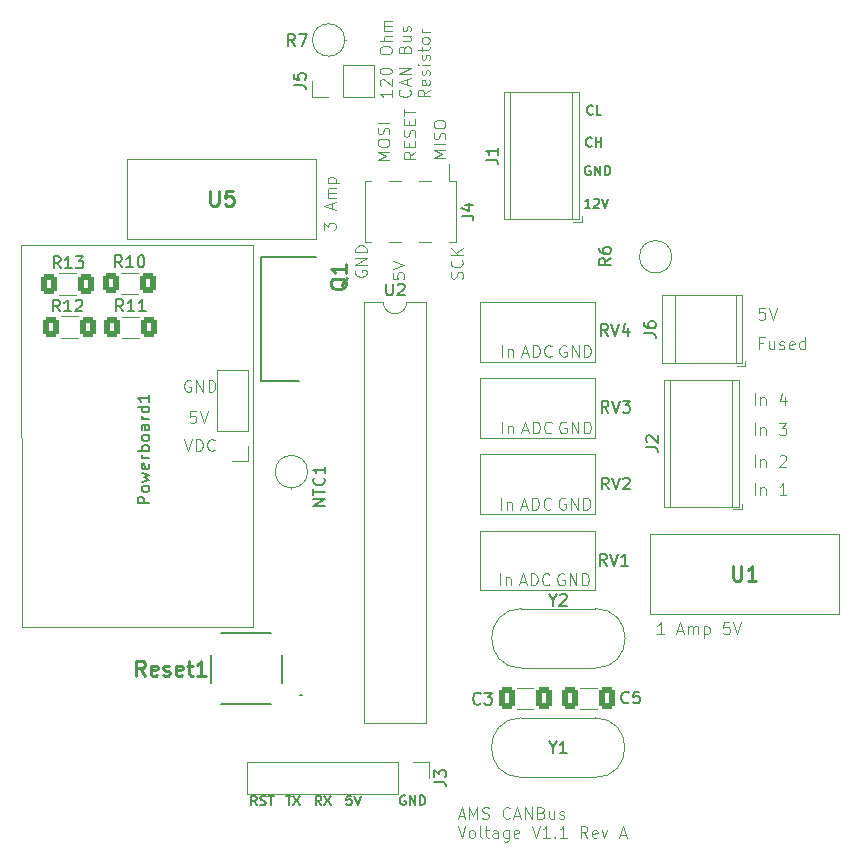
<source format=gbr>
%TF.GenerationSoftware,KiCad,Pcbnew,8.0.1-rc1*%
%TF.CreationDate,2024-08-05T15:18:58-07:00*%
%TF.ProjectId,AMS - CANBus Sensor - Voltage,414d5320-2d20-4434-914e-427573205365,rev?*%
%TF.SameCoordinates,Original*%
%TF.FileFunction,Legend,Top*%
%TF.FilePolarity,Positive*%
%FSLAX46Y46*%
G04 Gerber Fmt 4.6, Leading zero omitted, Abs format (unit mm)*
G04 Created by KiCad (PCBNEW 8.0.1-rc1) date 2024-08-05 15:18:58*
%MOMM*%
%LPD*%
G01*
G04 APERTURE LIST*
G04 Aperture macros list*
%AMRoundRect*
0 Rectangle with rounded corners*
0 $1 Rounding radius*
0 $2 $3 $4 $5 $6 $7 $8 $9 X,Y pos of 4 corners*
0 Add a 4 corners polygon primitive as box body*
4,1,4,$2,$3,$4,$5,$6,$7,$8,$9,$2,$3,0*
0 Add four circle primitives for the rounded corners*
1,1,$1+$1,$2,$3*
1,1,$1+$1,$4,$5*
1,1,$1+$1,$6,$7*
1,1,$1+$1,$8,$9*
0 Add four rect primitives between the rounded corners*
20,1,$1+$1,$2,$3,$4,$5,0*
20,1,$1+$1,$4,$5,$6,$7,0*
20,1,$1+$1,$6,$7,$8,$9,0*
20,1,$1+$1,$8,$9,$2,$3,0*%
G04 Aperture macros list end*
%ADD10C,0.100000*%
%ADD11C,0.150000*%
%ADD12C,0.254000*%
%ADD13C,0.120000*%
%ADD14C,0.200000*%
%ADD15RoundRect,0.250000X-0.400000X-0.625000X0.400000X-0.625000X0.400000X0.625000X-0.400000X0.625000X0*%
%ADD16RoundRect,0.250000X-0.412500X-0.650000X0.412500X-0.650000X0.412500X0.650000X-0.412500X0.650000X0*%
%ADD17C,1.440000*%
%ADD18R,2.100000X2.100000*%
%ADD19C,2.100000*%
%ADD20C,1.600000*%
%ADD21O,1.600000X1.600000*%
%ADD22R,2.200000X2.200000*%
%ADD23C,2.200000*%
%ADD24RoundRect,0.250000X0.400000X0.625000X-0.400000X0.625000X-0.400000X-0.625000X0.400000X-0.625000X0*%
%ADD25R,1.700000X1.700000*%
%ADD26O,1.700000X1.700000*%
%ADD27C,2.400000*%
%ADD28R,1.000000X3.150000*%
%ADD29R,1.600000X1.600000*%
%ADD30R,1.920000X1.920000*%
%ADD31C,1.920000*%
%ADD32C,1.500000*%
%ADD33R,1.500000X1.500000*%
%ADD34RoundRect,0.250000X0.412500X0.650000X-0.412500X0.650000X-0.412500X-0.650000X0.412500X-0.650000X0*%
G04 APERTURE END LIST*
D10*
X132728538Y-75617463D02*
X132728538Y-108002463D01*
X113077021Y-75617463D02*
X113170538Y-108002463D01*
X132728538Y-108002463D02*
X113170538Y-108002463D01*
X132728538Y-75617463D02*
X113077021Y-75617463D01*
X141410522Y-77749485D02*
X141362903Y-77844723D01*
X141362903Y-77844723D02*
X141362903Y-77987580D01*
X141362903Y-77987580D02*
X141410522Y-78130437D01*
X141410522Y-78130437D02*
X141505760Y-78225675D01*
X141505760Y-78225675D02*
X141600998Y-78273294D01*
X141600998Y-78273294D02*
X141791474Y-78320913D01*
X141791474Y-78320913D02*
X141934331Y-78320913D01*
X141934331Y-78320913D02*
X142124807Y-78273294D01*
X142124807Y-78273294D02*
X142220045Y-78225675D01*
X142220045Y-78225675D02*
X142315284Y-78130437D01*
X142315284Y-78130437D02*
X142362903Y-77987580D01*
X142362903Y-77987580D02*
X142362903Y-77892342D01*
X142362903Y-77892342D02*
X142315284Y-77749485D01*
X142315284Y-77749485D02*
X142267664Y-77701866D01*
X142267664Y-77701866D02*
X141934331Y-77701866D01*
X141934331Y-77701866D02*
X141934331Y-77892342D01*
X142362903Y-77273294D02*
X141362903Y-77273294D01*
X141362903Y-77273294D02*
X142362903Y-76701866D01*
X142362903Y-76701866D02*
X141362903Y-76701866D01*
X142362903Y-76225675D02*
X141362903Y-76225675D01*
X141362903Y-76225675D02*
X141362903Y-75987580D01*
X141362903Y-75987580D02*
X141410522Y-75844723D01*
X141410522Y-75844723D02*
X141505760Y-75749485D01*
X141505760Y-75749485D02*
X141600998Y-75701866D01*
X141600998Y-75701866D02*
X141791474Y-75654247D01*
X141791474Y-75654247D02*
X141934331Y-75654247D01*
X141934331Y-75654247D02*
X142124807Y-75701866D01*
X142124807Y-75701866D02*
X142220045Y-75749485D01*
X142220045Y-75749485D02*
X142315284Y-75844723D01*
X142315284Y-75844723D02*
X142362903Y-75987580D01*
X142362903Y-75987580D02*
X142362903Y-76225675D01*
X144448247Y-62516753D02*
X144448247Y-63088181D01*
X144448247Y-62802467D02*
X143448247Y-62802467D01*
X143448247Y-62802467D02*
X143591104Y-62897705D01*
X143591104Y-62897705D02*
X143686342Y-62992943D01*
X143686342Y-62992943D02*
X143733961Y-63088181D01*
X143543485Y-62135800D02*
X143495866Y-62088181D01*
X143495866Y-62088181D02*
X143448247Y-61992943D01*
X143448247Y-61992943D02*
X143448247Y-61754848D01*
X143448247Y-61754848D02*
X143495866Y-61659610D01*
X143495866Y-61659610D02*
X143543485Y-61611991D01*
X143543485Y-61611991D02*
X143638723Y-61564372D01*
X143638723Y-61564372D02*
X143733961Y-61564372D01*
X143733961Y-61564372D02*
X143876818Y-61611991D01*
X143876818Y-61611991D02*
X144448247Y-62183419D01*
X144448247Y-62183419D02*
X144448247Y-61564372D01*
X143448247Y-60945324D02*
X143448247Y-60850086D01*
X143448247Y-60850086D02*
X143495866Y-60754848D01*
X143495866Y-60754848D02*
X143543485Y-60707229D01*
X143543485Y-60707229D02*
X143638723Y-60659610D01*
X143638723Y-60659610D02*
X143829199Y-60611991D01*
X143829199Y-60611991D02*
X144067294Y-60611991D01*
X144067294Y-60611991D02*
X144257770Y-60659610D01*
X144257770Y-60659610D02*
X144353008Y-60707229D01*
X144353008Y-60707229D02*
X144400628Y-60754848D01*
X144400628Y-60754848D02*
X144448247Y-60850086D01*
X144448247Y-60850086D02*
X144448247Y-60945324D01*
X144448247Y-60945324D02*
X144400628Y-61040562D01*
X144400628Y-61040562D02*
X144353008Y-61088181D01*
X144353008Y-61088181D02*
X144257770Y-61135800D01*
X144257770Y-61135800D02*
X144067294Y-61183419D01*
X144067294Y-61183419D02*
X143829199Y-61183419D01*
X143829199Y-61183419D02*
X143638723Y-61135800D01*
X143638723Y-61135800D02*
X143543485Y-61088181D01*
X143543485Y-61088181D02*
X143495866Y-61040562D01*
X143495866Y-61040562D02*
X143448247Y-60945324D01*
X143448247Y-59231038D02*
X143448247Y-59040562D01*
X143448247Y-59040562D02*
X143495866Y-58945324D01*
X143495866Y-58945324D02*
X143591104Y-58850086D01*
X143591104Y-58850086D02*
X143781580Y-58802467D01*
X143781580Y-58802467D02*
X144114913Y-58802467D01*
X144114913Y-58802467D02*
X144305389Y-58850086D01*
X144305389Y-58850086D02*
X144400628Y-58945324D01*
X144400628Y-58945324D02*
X144448247Y-59040562D01*
X144448247Y-59040562D02*
X144448247Y-59231038D01*
X144448247Y-59231038D02*
X144400628Y-59326276D01*
X144400628Y-59326276D02*
X144305389Y-59421514D01*
X144305389Y-59421514D02*
X144114913Y-59469133D01*
X144114913Y-59469133D02*
X143781580Y-59469133D01*
X143781580Y-59469133D02*
X143591104Y-59421514D01*
X143591104Y-59421514D02*
X143495866Y-59326276D01*
X143495866Y-59326276D02*
X143448247Y-59231038D01*
X144448247Y-58373895D02*
X143448247Y-58373895D01*
X144448247Y-57945324D02*
X143924437Y-57945324D01*
X143924437Y-57945324D02*
X143829199Y-57992943D01*
X143829199Y-57992943D02*
X143781580Y-58088181D01*
X143781580Y-58088181D02*
X143781580Y-58231038D01*
X143781580Y-58231038D02*
X143829199Y-58326276D01*
X143829199Y-58326276D02*
X143876818Y-58373895D01*
X144448247Y-57469133D02*
X143781580Y-57469133D01*
X143876818Y-57469133D02*
X143829199Y-57421514D01*
X143829199Y-57421514D02*
X143781580Y-57326276D01*
X143781580Y-57326276D02*
X143781580Y-57183419D01*
X143781580Y-57183419D02*
X143829199Y-57088181D01*
X143829199Y-57088181D02*
X143924437Y-57040562D01*
X143924437Y-57040562D02*
X144448247Y-57040562D01*
X143924437Y-57040562D02*
X143829199Y-56992943D01*
X143829199Y-56992943D02*
X143781580Y-56897705D01*
X143781580Y-56897705D02*
X143781580Y-56754848D01*
X143781580Y-56754848D02*
X143829199Y-56659609D01*
X143829199Y-56659609D02*
X143924437Y-56611990D01*
X143924437Y-56611990D02*
X144448247Y-56611990D01*
X145962952Y-62469134D02*
X146010572Y-62516753D01*
X146010572Y-62516753D02*
X146058191Y-62659610D01*
X146058191Y-62659610D02*
X146058191Y-62754848D01*
X146058191Y-62754848D02*
X146010572Y-62897705D01*
X146010572Y-62897705D02*
X145915333Y-62992943D01*
X145915333Y-62992943D02*
X145820095Y-63040562D01*
X145820095Y-63040562D02*
X145629619Y-63088181D01*
X145629619Y-63088181D02*
X145486762Y-63088181D01*
X145486762Y-63088181D02*
X145296286Y-63040562D01*
X145296286Y-63040562D02*
X145201048Y-62992943D01*
X145201048Y-62992943D02*
X145105810Y-62897705D01*
X145105810Y-62897705D02*
X145058191Y-62754848D01*
X145058191Y-62754848D02*
X145058191Y-62659610D01*
X145058191Y-62659610D02*
X145105810Y-62516753D01*
X145105810Y-62516753D02*
X145153429Y-62469134D01*
X145772476Y-62088181D02*
X145772476Y-61611991D01*
X146058191Y-62183419D02*
X145058191Y-61850086D01*
X145058191Y-61850086D02*
X146058191Y-61516753D01*
X146058191Y-61183419D02*
X145058191Y-61183419D01*
X145058191Y-61183419D02*
X146058191Y-60611991D01*
X146058191Y-60611991D02*
X145058191Y-60611991D01*
X145534381Y-59040562D02*
X145582000Y-58897705D01*
X145582000Y-58897705D02*
X145629619Y-58850086D01*
X145629619Y-58850086D02*
X145724857Y-58802467D01*
X145724857Y-58802467D02*
X145867714Y-58802467D01*
X145867714Y-58802467D02*
X145962952Y-58850086D01*
X145962952Y-58850086D02*
X146010572Y-58897705D01*
X146010572Y-58897705D02*
X146058191Y-58992943D01*
X146058191Y-58992943D02*
X146058191Y-59373895D01*
X146058191Y-59373895D02*
X145058191Y-59373895D01*
X145058191Y-59373895D02*
X145058191Y-59040562D01*
X145058191Y-59040562D02*
X145105810Y-58945324D01*
X145105810Y-58945324D02*
X145153429Y-58897705D01*
X145153429Y-58897705D02*
X145248667Y-58850086D01*
X145248667Y-58850086D02*
X145343905Y-58850086D01*
X145343905Y-58850086D02*
X145439143Y-58897705D01*
X145439143Y-58897705D02*
X145486762Y-58945324D01*
X145486762Y-58945324D02*
X145534381Y-59040562D01*
X145534381Y-59040562D02*
X145534381Y-59373895D01*
X145391524Y-57945324D02*
X146058191Y-57945324D01*
X145391524Y-58373895D02*
X145915333Y-58373895D01*
X145915333Y-58373895D02*
X146010572Y-58326276D01*
X146010572Y-58326276D02*
X146058191Y-58231038D01*
X146058191Y-58231038D02*
X146058191Y-58088181D01*
X146058191Y-58088181D02*
X146010572Y-57992943D01*
X146010572Y-57992943D02*
X145962952Y-57945324D01*
X146010572Y-57516752D02*
X146058191Y-57421514D01*
X146058191Y-57421514D02*
X146058191Y-57231038D01*
X146058191Y-57231038D02*
X146010572Y-57135800D01*
X146010572Y-57135800D02*
X145915333Y-57088181D01*
X145915333Y-57088181D02*
X145867714Y-57088181D01*
X145867714Y-57088181D02*
X145772476Y-57135800D01*
X145772476Y-57135800D02*
X145724857Y-57231038D01*
X145724857Y-57231038D02*
X145724857Y-57373895D01*
X145724857Y-57373895D02*
X145677238Y-57469133D01*
X145677238Y-57469133D02*
X145582000Y-57516752D01*
X145582000Y-57516752D02*
X145534381Y-57516752D01*
X145534381Y-57516752D02*
X145439143Y-57469133D01*
X145439143Y-57469133D02*
X145391524Y-57373895D01*
X145391524Y-57373895D02*
X145391524Y-57231038D01*
X145391524Y-57231038D02*
X145439143Y-57135800D01*
X147668135Y-62469134D02*
X147191944Y-62802467D01*
X147668135Y-63040562D02*
X146668135Y-63040562D01*
X146668135Y-63040562D02*
X146668135Y-62659610D01*
X146668135Y-62659610D02*
X146715754Y-62564372D01*
X146715754Y-62564372D02*
X146763373Y-62516753D01*
X146763373Y-62516753D02*
X146858611Y-62469134D01*
X146858611Y-62469134D02*
X147001468Y-62469134D01*
X147001468Y-62469134D02*
X147096706Y-62516753D01*
X147096706Y-62516753D02*
X147144325Y-62564372D01*
X147144325Y-62564372D02*
X147191944Y-62659610D01*
X147191944Y-62659610D02*
X147191944Y-63040562D01*
X147620516Y-61659610D02*
X147668135Y-61754848D01*
X147668135Y-61754848D02*
X147668135Y-61945324D01*
X147668135Y-61945324D02*
X147620516Y-62040562D01*
X147620516Y-62040562D02*
X147525277Y-62088181D01*
X147525277Y-62088181D02*
X147144325Y-62088181D01*
X147144325Y-62088181D02*
X147049087Y-62040562D01*
X147049087Y-62040562D02*
X147001468Y-61945324D01*
X147001468Y-61945324D02*
X147001468Y-61754848D01*
X147001468Y-61754848D02*
X147049087Y-61659610D01*
X147049087Y-61659610D02*
X147144325Y-61611991D01*
X147144325Y-61611991D02*
X147239563Y-61611991D01*
X147239563Y-61611991D02*
X147334801Y-62088181D01*
X147620516Y-61231038D02*
X147668135Y-61135800D01*
X147668135Y-61135800D02*
X147668135Y-60945324D01*
X147668135Y-60945324D02*
X147620516Y-60850086D01*
X147620516Y-60850086D02*
X147525277Y-60802467D01*
X147525277Y-60802467D02*
X147477658Y-60802467D01*
X147477658Y-60802467D02*
X147382420Y-60850086D01*
X147382420Y-60850086D02*
X147334801Y-60945324D01*
X147334801Y-60945324D02*
X147334801Y-61088181D01*
X147334801Y-61088181D02*
X147287182Y-61183419D01*
X147287182Y-61183419D02*
X147191944Y-61231038D01*
X147191944Y-61231038D02*
X147144325Y-61231038D01*
X147144325Y-61231038D02*
X147049087Y-61183419D01*
X147049087Y-61183419D02*
X147001468Y-61088181D01*
X147001468Y-61088181D02*
X147001468Y-60945324D01*
X147001468Y-60945324D02*
X147049087Y-60850086D01*
X147668135Y-60373895D02*
X147001468Y-60373895D01*
X146668135Y-60373895D02*
X146715754Y-60421514D01*
X146715754Y-60421514D02*
X146763373Y-60373895D01*
X146763373Y-60373895D02*
X146715754Y-60326276D01*
X146715754Y-60326276D02*
X146668135Y-60373895D01*
X146668135Y-60373895D02*
X146763373Y-60373895D01*
X147620516Y-59945324D02*
X147668135Y-59850086D01*
X147668135Y-59850086D02*
X147668135Y-59659610D01*
X147668135Y-59659610D02*
X147620516Y-59564372D01*
X147620516Y-59564372D02*
X147525277Y-59516753D01*
X147525277Y-59516753D02*
X147477658Y-59516753D01*
X147477658Y-59516753D02*
X147382420Y-59564372D01*
X147382420Y-59564372D02*
X147334801Y-59659610D01*
X147334801Y-59659610D02*
X147334801Y-59802467D01*
X147334801Y-59802467D02*
X147287182Y-59897705D01*
X147287182Y-59897705D02*
X147191944Y-59945324D01*
X147191944Y-59945324D02*
X147144325Y-59945324D01*
X147144325Y-59945324D02*
X147049087Y-59897705D01*
X147049087Y-59897705D02*
X147001468Y-59802467D01*
X147001468Y-59802467D02*
X147001468Y-59659610D01*
X147001468Y-59659610D02*
X147049087Y-59564372D01*
X147001468Y-59231038D02*
X147001468Y-58850086D01*
X146668135Y-59088181D02*
X147525277Y-59088181D01*
X147525277Y-59088181D02*
X147620516Y-59040562D01*
X147620516Y-59040562D02*
X147668135Y-58945324D01*
X147668135Y-58945324D02*
X147668135Y-58850086D01*
X147668135Y-58373895D02*
X147620516Y-58469133D01*
X147620516Y-58469133D02*
X147572896Y-58516752D01*
X147572896Y-58516752D02*
X147477658Y-58564371D01*
X147477658Y-58564371D02*
X147191944Y-58564371D01*
X147191944Y-58564371D02*
X147096706Y-58516752D01*
X147096706Y-58516752D02*
X147049087Y-58469133D01*
X147049087Y-58469133D02*
X147001468Y-58373895D01*
X147001468Y-58373895D02*
X147001468Y-58231038D01*
X147001468Y-58231038D02*
X147049087Y-58135800D01*
X147049087Y-58135800D02*
X147096706Y-58088181D01*
X147096706Y-58088181D02*
X147191944Y-58040562D01*
X147191944Y-58040562D02*
X147477658Y-58040562D01*
X147477658Y-58040562D02*
X147572896Y-58088181D01*
X147572896Y-58088181D02*
X147620516Y-58135800D01*
X147620516Y-58135800D02*
X147668135Y-58231038D01*
X147668135Y-58231038D02*
X147668135Y-58373895D01*
X147668135Y-57611990D02*
X147001468Y-57611990D01*
X147191944Y-57611990D02*
X147096706Y-57564371D01*
X147096706Y-57564371D02*
X147049087Y-57516752D01*
X147049087Y-57516752D02*
X147001468Y-57421514D01*
X147001468Y-57421514D02*
X147001468Y-57326276D01*
X175904511Y-83908316D02*
X175571178Y-83908316D01*
X175571178Y-84432126D02*
X175571178Y-83432126D01*
X175571178Y-83432126D02*
X176047368Y-83432126D01*
X176856892Y-83765459D02*
X176856892Y-84432126D01*
X176428321Y-83765459D02*
X176428321Y-84289268D01*
X176428321Y-84289268D02*
X176475940Y-84384507D01*
X176475940Y-84384507D02*
X176571178Y-84432126D01*
X176571178Y-84432126D02*
X176714035Y-84432126D01*
X176714035Y-84432126D02*
X176809273Y-84384507D01*
X176809273Y-84384507D02*
X176856892Y-84336887D01*
X177285464Y-84384507D02*
X177380702Y-84432126D01*
X177380702Y-84432126D02*
X177571178Y-84432126D01*
X177571178Y-84432126D02*
X177666416Y-84384507D01*
X177666416Y-84384507D02*
X177714035Y-84289268D01*
X177714035Y-84289268D02*
X177714035Y-84241649D01*
X177714035Y-84241649D02*
X177666416Y-84146411D01*
X177666416Y-84146411D02*
X177571178Y-84098792D01*
X177571178Y-84098792D02*
X177428321Y-84098792D01*
X177428321Y-84098792D02*
X177333083Y-84051173D01*
X177333083Y-84051173D02*
X177285464Y-83955935D01*
X177285464Y-83955935D02*
X177285464Y-83908316D01*
X177285464Y-83908316D02*
X177333083Y-83813078D01*
X177333083Y-83813078D02*
X177428321Y-83765459D01*
X177428321Y-83765459D02*
X177571178Y-83765459D01*
X177571178Y-83765459D02*
X177666416Y-83813078D01*
X178523559Y-84384507D02*
X178428321Y-84432126D01*
X178428321Y-84432126D02*
X178237845Y-84432126D01*
X178237845Y-84432126D02*
X178142607Y-84384507D01*
X178142607Y-84384507D02*
X178094988Y-84289268D01*
X178094988Y-84289268D02*
X178094988Y-83908316D01*
X178094988Y-83908316D02*
X178142607Y-83813078D01*
X178142607Y-83813078D02*
X178237845Y-83765459D01*
X178237845Y-83765459D02*
X178428321Y-83765459D01*
X178428321Y-83765459D02*
X178523559Y-83813078D01*
X178523559Y-83813078D02*
X178571178Y-83908316D01*
X178571178Y-83908316D02*
X178571178Y-84003554D01*
X178571178Y-84003554D02*
X178094988Y-84098792D01*
X179428321Y-84432126D02*
X179428321Y-83432126D01*
X179428321Y-84384507D02*
X179333083Y-84432126D01*
X179333083Y-84432126D02*
X179142607Y-84432126D01*
X179142607Y-84432126D02*
X179047369Y-84384507D01*
X179047369Y-84384507D02*
X178999750Y-84336887D01*
X178999750Y-84336887D02*
X178952131Y-84241649D01*
X178952131Y-84241649D02*
X178952131Y-83955935D01*
X178952131Y-83955935D02*
X178999750Y-83860697D01*
X178999750Y-83860697D02*
X179047369Y-83813078D01*
X179047369Y-83813078D02*
X179142607Y-83765459D01*
X179142607Y-83765459D02*
X179333083Y-83765459D01*
X179333083Y-83765459D02*
X179428321Y-83813078D01*
X175205608Y-94412511D02*
X175205608Y-93412511D01*
X175681798Y-93745844D02*
X175681798Y-94412511D01*
X175681798Y-93841082D02*
X175729417Y-93793463D01*
X175729417Y-93793463D02*
X175824655Y-93745844D01*
X175824655Y-93745844D02*
X175967512Y-93745844D01*
X175967512Y-93745844D02*
X176062750Y-93793463D01*
X176062750Y-93793463D02*
X176110369Y-93888701D01*
X176110369Y-93888701D02*
X176110369Y-94412511D01*
X177300846Y-93507749D02*
X177348465Y-93460130D01*
X177348465Y-93460130D02*
X177443703Y-93412511D01*
X177443703Y-93412511D02*
X177681798Y-93412511D01*
X177681798Y-93412511D02*
X177777036Y-93460130D01*
X177777036Y-93460130D02*
X177824655Y-93507749D01*
X177824655Y-93507749D02*
X177872274Y-93602987D01*
X177872274Y-93602987D02*
X177872274Y-93698225D01*
X177872274Y-93698225D02*
X177824655Y-93841082D01*
X177824655Y-93841082D02*
X177253227Y-94412511D01*
X177253227Y-94412511D02*
X177872274Y-94412511D01*
X159229048Y-84131537D02*
X159133810Y-84083918D01*
X159133810Y-84083918D02*
X158990953Y-84083918D01*
X158990953Y-84083918D02*
X158848096Y-84131537D01*
X158848096Y-84131537D02*
X158752858Y-84226775D01*
X158752858Y-84226775D02*
X158705239Y-84322013D01*
X158705239Y-84322013D02*
X158657620Y-84512489D01*
X158657620Y-84512489D02*
X158657620Y-84655346D01*
X158657620Y-84655346D02*
X158705239Y-84845822D01*
X158705239Y-84845822D02*
X158752858Y-84941060D01*
X158752858Y-84941060D02*
X158848096Y-85036299D01*
X158848096Y-85036299D02*
X158990953Y-85083918D01*
X158990953Y-85083918D02*
X159086191Y-85083918D01*
X159086191Y-85083918D02*
X159229048Y-85036299D01*
X159229048Y-85036299D02*
X159276667Y-84988679D01*
X159276667Y-84988679D02*
X159276667Y-84655346D01*
X159276667Y-84655346D02*
X159086191Y-84655346D01*
X159705239Y-85083918D02*
X159705239Y-84083918D01*
X159705239Y-84083918D02*
X160276667Y-85083918D01*
X160276667Y-85083918D02*
X160276667Y-84083918D01*
X160752858Y-85083918D02*
X160752858Y-84083918D01*
X160752858Y-84083918D02*
X160990953Y-84083918D01*
X160990953Y-84083918D02*
X161133810Y-84131537D01*
X161133810Y-84131537D02*
X161229048Y-84226775D01*
X161229048Y-84226775D02*
X161276667Y-84322013D01*
X161276667Y-84322013D02*
X161324286Y-84512489D01*
X161324286Y-84512489D02*
X161324286Y-84655346D01*
X161324286Y-84655346D02*
X161276667Y-84845822D01*
X161276667Y-84845822D02*
X161229048Y-84941060D01*
X161229048Y-84941060D02*
X161133810Y-85036299D01*
X161133810Y-85036299D02*
X160990953Y-85083918D01*
X160990953Y-85083918D02*
X160752858Y-85083918D01*
X175205608Y-96803005D02*
X175205608Y-95803005D01*
X175681798Y-96136338D02*
X175681798Y-96803005D01*
X175681798Y-96231576D02*
X175729417Y-96183957D01*
X175729417Y-96183957D02*
X175824655Y-96136338D01*
X175824655Y-96136338D02*
X175967512Y-96136338D01*
X175967512Y-96136338D02*
X176062750Y-96183957D01*
X176062750Y-96183957D02*
X176110369Y-96279195D01*
X176110369Y-96279195D02*
X176110369Y-96803005D01*
X177872274Y-96803005D02*
X177300846Y-96803005D01*
X177586560Y-96803005D02*
X177586560Y-95803005D01*
X177586560Y-95803005D02*
X177491322Y-95945862D01*
X177491322Y-95945862D02*
X177396084Y-96041100D01*
X177396084Y-96041100D02*
X177300846Y-96088719D01*
X159222993Y-90619066D02*
X159127755Y-90571447D01*
X159127755Y-90571447D02*
X158984898Y-90571447D01*
X158984898Y-90571447D02*
X158842041Y-90619066D01*
X158842041Y-90619066D02*
X158746803Y-90714304D01*
X158746803Y-90714304D02*
X158699184Y-90809542D01*
X158699184Y-90809542D02*
X158651565Y-91000018D01*
X158651565Y-91000018D02*
X158651565Y-91142875D01*
X158651565Y-91142875D02*
X158699184Y-91333351D01*
X158699184Y-91333351D02*
X158746803Y-91428589D01*
X158746803Y-91428589D02*
X158842041Y-91523828D01*
X158842041Y-91523828D02*
X158984898Y-91571447D01*
X158984898Y-91571447D02*
X159080136Y-91571447D01*
X159080136Y-91571447D02*
X159222993Y-91523828D01*
X159222993Y-91523828D02*
X159270612Y-91476208D01*
X159270612Y-91476208D02*
X159270612Y-91142875D01*
X159270612Y-91142875D02*
X159080136Y-91142875D01*
X159699184Y-91571447D02*
X159699184Y-90571447D01*
X159699184Y-90571447D02*
X160270612Y-91571447D01*
X160270612Y-91571447D02*
X160270612Y-90571447D01*
X160746803Y-91571447D02*
X160746803Y-90571447D01*
X160746803Y-90571447D02*
X160984898Y-90571447D01*
X160984898Y-90571447D02*
X161127755Y-90619066D01*
X161127755Y-90619066D02*
X161222993Y-90714304D01*
X161222993Y-90714304D02*
X161270612Y-90809542D01*
X161270612Y-90809542D02*
X161318231Y-91000018D01*
X161318231Y-91000018D02*
X161318231Y-91142875D01*
X161318231Y-91142875D02*
X161270612Y-91333351D01*
X161270612Y-91333351D02*
X161222993Y-91428589D01*
X161222993Y-91428589D02*
X161127755Y-91523828D01*
X161127755Y-91523828D02*
X160984898Y-91571447D01*
X160984898Y-91571447D02*
X160746803Y-91571447D01*
D11*
X161385190Y-67226163D02*
X161347094Y-67264259D01*
X161347094Y-67264259D02*
X161232809Y-67302354D01*
X161232809Y-67302354D02*
X161156618Y-67302354D01*
X161156618Y-67302354D02*
X161042332Y-67264259D01*
X161042332Y-67264259D02*
X160966142Y-67188068D01*
X160966142Y-67188068D02*
X160928047Y-67111878D01*
X160928047Y-67111878D02*
X160889951Y-66959497D01*
X160889951Y-66959497D02*
X160889951Y-66845211D01*
X160889951Y-66845211D02*
X160928047Y-66692830D01*
X160928047Y-66692830D02*
X160966142Y-66616639D01*
X160966142Y-66616639D02*
X161042332Y-66540449D01*
X161042332Y-66540449D02*
X161156618Y-66502354D01*
X161156618Y-66502354D02*
X161232809Y-66502354D01*
X161232809Y-66502354D02*
X161347094Y-66540449D01*
X161347094Y-66540449D02*
X161385190Y-66578544D01*
X161728047Y-67302354D02*
X161728047Y-66502354D01*
X161728047Y-66883306D02*
X162185190Y-66883306D01*
X162185190Y-67302354D02*
X162185190Y-66502354D01*
D10*
X175205608Y-91713566D02*
X175205608Y-90713566D01*
X175681798Y-91046899D02*
X175681798Y-91713566D01*
X175681798Y-91142137D02*
X175729417Y-91094518D01*
X175729417Y-91094518D02*
X175824655Y-91046899D01*
X175824655Y-91046899D02*
X175967512Y-91046899D01*
X175967512Y-91046899D02*
X176062750Y-91094518D01*
X176062750Y-91094518D02*
X176110369Y-91189756D01*
X176110369Y-91189756D02*
X176110369Y-91713566D01*
X177253227Y-90713566D02*
X177872274Y-90713566D01*
X177872274Y-90713566D02*
X177538941Y-91094518D01*
X177538941Y-91094518D02*
X177681798Y-91094518D01*
X177681798Y-91094518D02*
X177777036Y-91142137D01*
X177777036Y-91142137D02*
X177824655Y-91189756D01*
X177824655Y-91189756D02*
X177872274Y-91284994D01*
X177872274Y-91284994D02*
X177872274Y-91523089D01*
X177872274Y-91523089D02*
X177824655Y-91618327D01*
X177824655Y-91618327D02*
X177777036Y-91665947D01*
X177777036Y-91665947D02*
X177681798Y-91713566D01*
X177681798Y-91713566D02*
X177396084Y-91713566D01*
X177396084Y-91713566D02*
X177300846Y-91665947D01*
X177300846Y-91665947D02*
X177253227Y-91618327D01*
D11*
X161464931Y-64514958D02*
X161426835Y-64553054D01*
X161426835Y-64553054D02*
X161312550Y-64591149D01*
X161312550Y-64591149D02*
X161236359Y-64591149D01*
X161236359Y-64591149D02*
X161122073Y-64553054D01*
X161122073Y-64553054D02*
X161045883Y-64476863D01*
X161045883Y-64476863D02*
X161007788Y-64400673D01*
X161007788Y-64400673D02*
X160969692Y-64248292D01*
X160969692Y-64248292D02*
X160969692Y-64134006D01*
X160969692Y-64134006D02*
X161007788Y-63981625D01*
X161007788Y-63981625D02*
X161045883Y-63905434D01*
X161045883Y-63905434D02*
X161122073Y-63829244D01*
X161122073Y-63829244D02*
X161236359Y-63791149D01*
X161236359Y-63791149D02*
X161312550Y-63791149D01*
X161312550Y-63791149D02*
X161426835Y-63829244D01*
X161426835Y-63829244D02*
X161464931Y-63867339D01*
X162188740Y-64591149D02*
X161807788Y-64591149D01*
X161807788Y-64591149D02*
X161807788Y-63791149D01*
D10*
X155456213Y-97730903D02*
X155932403Y-97730903D01*
X155360975Y-98016618D02*
X155694308Y-97016618D01*
X155694308Y-97016618D02*
X156027641Y-98016618D01*
X156360975Y-98016618D02*
X156360975Y-97016618D01*
X156360975Y-97016618D02*
X156599070Y-97016618D01*
X156599070Y-97016618D02*
X156741927Y-97064237D01*
X156741927Y-97064237D02*
X156837165Y-97159475D01*
X156837165Y-97159475D02*
X156884784Y-97254713D01*
X156884784Y-97254713D02*
X156932403Y-97445189D01*
X156932403Y-97445189D02*
X156932403Y-97588046D01*
X156932403Y-97588046D02*
X156884784Y-97778522D01*
X156884784Y-97778522D02*
X156837165Y-97873760D01*
X156837165Y-97873760D02*
X156741927Y-97968999D01*
X156741927Y-97968999D02*
X156599070Y-98016618D01*
X156599070Y-98016618D02*
X156360975Y-98016618D01*
X157932403Y-97921379D02*
X157884784Y-97968999D01*
X157884784Y-97968999D02*
X157741927Y-98016618D01*
X157741927Y-98016618D02*
X157646689Y-98016618D01*
X157646689Y-98016618D02*
X157503832Y-97968999D01*
X157503832Y-97968999D02*
X157408594Y-97873760D01*
X157408594Y-97873760D02*
X157360975Y-97778522D01*
X157360975Y-97778522D02*
X157313356Y-97588046D01*
X157313356Y-97588046D02*
X157313356Y-97445189D01*
X157313356Y-97445189D02*
X157360975Y-97254713D01*
X157360975Y-97254713D02*
X157408594Y-97159475D01*
X157408594Y-97159475D02*
X157503832Y-97064237D01*
X157503832Y-97064237D02*
X157646689Y-97016618D01*
X157646689Y-97016618D02*
X157741927Y-97016618D01*
X157741927Y-97016618D02*
X157884784Y-97064237D01*
X157884784Y-97064237D02*
X157932403Y-97111856D01*
X150419868Y-78458080D02*
X150467487Y-78315223D01*
X150467487Y-78315223D02*
X150467487Y-78077128D01*
X150467487Y-78077128D02*
X150419868Y-77981890D01*
X150419868Y-77981890D02*
X150372248Y-77934271D01*
X150372248Y-77934271D02*
X150277010Y-77886652D01*
X150277010Y-77886652D02*
X150181772Y-77886652D01*
X150181772Y-77886652D02*
X150086534Y-77934271D01*
X150086534Y-77934271D02*
X150038915Y-77981890D01*
X150038915Y-77981890D02*
X149991296Y-78077128D01*
X149991296Y-78077128D02*
X149943677Y-78267604D01*
X149943677Y-78267604D02*
X149896058Y-78362842D01*
X149896058Y-78362842D02*
X149848439Y-78410461D01*
X149848439Y-78410461D02*
X149753201Y-78458080D01*
X149753201Y-78458080D02*
X149657963Y-78458080D01*
X149657963Y-78458080D02*
X149562725Y-78410461D01*
X149562725Y-78410461D02*
X149515106Y-78362842D01*
X149515106Y-78362842D02*
X149467487Y-78267604D01*
X149467487Y-78267604D02*
X149467487Y-78029509D01*
X149467487Y-78029509D02*
X149515106Y-77886652D01*
X150372248Y-76886652D02*
X150419868Y-76934271D01*
X150419868Y-76934271D02*
X150467487Y-77077128D01*
X150467487Y-77077128D02*
X150467487Y-77172366D01*
X150467487Y-77172366D02*
X150419868Y-77315223D01*
X150419868Y-77315223D02*
X150324629Y-77410461D01*
X150324629Y-77410461D02*
X150229391Y-77458080D01*
X150229391Y-77458080D02*
X150038915Y-77505699D01*
X150038915Y-77505699D02*
X149896058Y-77505699D01*
X149896058Y-77505699D02*
X149705582Y-77458080D01*
X149705582Y-77458080D02*
X149610344Y-77410461D01*
X149610344Y-77410461D02*
X149515106Y-77315223D01*
X149515106Y-77315223D02*
X149467487Y-77172366D01*
X149467487Y-77172366D02*
X149467487Y-77077128D01*
X149467487Y-77077128D02*
X149515106Y-76934271D01*
X149515106Y-76934271D02*
X149562725Y-76886652D01*
X150467487Y-76458080D02*
X149467487Y-76458080D01*
X150467487Y-75886652D02*
X149896058Y-76315223D01*
X149467487Y-75886652D02*
X150038915Y-76458080D01*
D11*
X145611056Y-122262439D02*
X145534866Y-122224344D01*
X145534866Y-122224344D02*
X145420580Y-122224344D01*
X145420580Y-122224344D02*
X145306294Y-122262439D01*
X145306294Y-122262439D02*
X145230104Y-122338629D01*
X145230104Y-122338629D02*
X145192009Y-122414820D01*
X145192009Y-122414820D02*
X145153913Y-122567201D01*
X145153913Y-122567201D02*
X145153913Y-122681487D01*
X145153913Y-122681487D02*
X145192009Y-122833868D01*
X145192009Y-122833868D02*
X145230104Y-122910058D01*
X145230104Y-122910058D02*
X145306294Y-122986249D01*
X145306294Y-122986249D02*
X145420580Y-123024344D01*
X145420580Y-123024344D02*
X145496771Y-123024344D01*
X145496771Y-123024344D02*
X145611056Y-122986249D01*
X145611056Y-122986249D02*
X145649152Y-122948153D01*
X145649152Y-122948153D02*
X145649152Y-122681487D01*
X145649152Y-122681487D02*
X145496771Y-122681487D01*
X145992009Y-123024344D02*
X145992009Y-122224344D01*
X145992009Y-122224344D02*
X146449152Y-123024344D01*
X146449152Y-123024344D02*
X146449152Y-122224344D01*
X146830104Y-123024344D02*
X146830104Y-122224344D01*
X146830104Y-122224344D02*
X147020580Y-122224344D01*
X147020580Y-122224344D02*
X147134866Y-122262439D01*
X147134866Y-122262439D02*
X147211056Y-122338629D01*
X147211056Y-122338629D02*
X147249151Y-122414820D01*
X147249151Y-122414820D02*
X147287247Y-122567201D01*
X147287247Y-122567201D02*
X147287247Y-122681487D01*
X147287247Y-122681487D02*
X147249151Y-122833868D01*
X147249151Y-122833868D02*
X147211056Y-122910058D01*
X147211056Y-122910058D02*
X147134866Y-122986249D01*
X147134866Y-122986249D02*
X147020580Y-123024344D01*
X147020580Y-123024344D02*
X146830104Y-123024344D01*
D10*
X155516734Y-84798203D02*
X155992924Y-84798203D01*
X155421496Y-85083918D02*
X155754829Y-84083918D01*
X155754829Y-84083918D02*
X156088162Y-85083918D01*
X156421496Y-85083918D02*
X156421496Y-84083918D01*
X156421496Y-84083918D02*
X156659591Y-84083918D01*
X156659591Y-84083918D02*
X156802448Y-84131537D01*
X156802448Y-84131537D02*
X156897686Y-84226775D01*
X156897686Y-84226775D02*
X156945305Y-84322013D01*
X156945305Y-84322013D02*
X156992924Y-84512489D01*
X156992924Y-84512489D02*
X156992924Y-84655346D01*
X156992924Y-84655346D02*
X156945305Y-84845822D01*
X156945305Y-84845822D02*
X156897686Y-84941060D01*
X156897686Y-84941060D02*
X156802448Y-85036299D01*
X156802448Y-85036299D02*
X156659591Y-85083918D01*
X156659591Y-85083918D02*
X156421496Y-85083918D01*
X157992924Y-84988679D02*
X157945305Y-85036299D01*
X157945305Y-85036299D02*
X157802448Y-85083918D01*
X157802448Y-85083918D02*
X157707210Y-85083918D01*
X157707210Y-85083918D02*
X157564353Y-85036299D01*
X157564353Y-85036299D02*
X157469115Y-84941060D01*
X157469115Y-84941060D02*
X157421496Y-84845822D01*
X157421496Y-84845822D02*
X157373877Y-84655346D01*
X157373877Y-84655346D02*
X157373877Y-84512489D01*
X157373877Y-84512489D02*
X157421496Y-84322013D01*
X157421496Y-84322013D02*
X157469115Y-84226775D01*
X157469115Y-84226775D02*
X157564353Y-84131537D01*
X157564353Y-84131537D02*
X157707210Y-84083918D01*
X157707210Y-84083918D02*
X157802448Y-84083918D01*
X157802448Y-84083918D02*
X157945305Y-84131537D01*
X157945305Y-84131537D02*
X157992924Y-84179156D01*
X153742757Y-98016618D02*
X153742757Y-97016618D01*
X154218947Y-97349951D02*
X154218947Y-98016618D01*
X154218947Y-97445189D02*
X154266566Y-97397570D01*
X154266566Y-97397570D02*
X154361804Y-97349951D01*
X154361804Y-97349951D02*
X154504661Y-97349951D01*
X154504661Y-97349951D02*
X154599899Y-97397570D01*
X154599899Y-97397570D02*
X154647518Y-97492808D01*
X154647518Y-97492808D02*
X154647518Y-98016618D01*
D11*
X133025328Y-123051094D02*
X132758661Y-122670141D01*
X132568185Y-123051094D02*
X132568185Y-122251094D01*
X132568185Y-122251094D02*
X132872947Y-122251094D01*
X132872947Y-122251094D02*
X132949137Y-122289189D01*
X132949137Y-122289189D02*
X132987232Y-122327284D01*
X132987232Y-122327284D02*
X133025328Y-122403475D01*
X133025328Y-122403475D02*
X133025328Y-122517760D01*
X133025328Y-122517760D02*
X132987232Y-122593951D01*
X132987232Y-122593951D02*
X132949137Y-122632046D01*
X132949137Y-122632046D02*
X132872947Y-122670141D01*
X132872947Y-122670141D02*
X132568185Y-122670141D01*
X133330089Y-123012999D02*
X133444375Y-123051094D01*
X133444375Y-123051094D02*
X133634851Y-123051094D01*
X133634851Y-123051094D02*
X133711042Y-123012999D01*
X133711042Y-123012999D02*
X133749137Y-122974903D01*
X133749137Y-122974903D02*
X133787232Y-122898713D01*
X133787232Y-122898713D02*
X133787232Y-122822522D01*
X133787232Y-122822522D02*
X133749137Y-122746332D01*
X133749137Y-122746332D02*
X133711042Y-122708237D01*
X133711042Y-122708237D02*
X133634851Y-122670141D01*
X133634851Y-122670141D02*
X133482470Y-122632046D01*
X133482470Y-122632046D02*
X133406280Y-122593951D01*
X133406280Y-122593951D02*
X133368185Y-122555856D01*
X133368185Y-122555856D02*
X133330089Y-122479665D01*
X133330089Y-122479665D02*
X133330089Y-122403475D01*
X133330089Y-122403475D02*
X133368185Y-122327284D01*
X133368185Y-122327284D02*
X133406280Y-122289189D01*
X133406280Y-122289189D02*
X133482470Y-122251094D01*
X133482470Y-122251094D02*
X133672947Y-122251094D01*
X133672947Y-122251094D02*
X133787232Y-122289189D01*
X134015804Y-122251094D02*
X134472947Y-122251094D01*
X134244375Y-123051094D02*
X134244375Y-122251094D01*
X141028495Y-122251094D02*
X140647543Y-122251094D01*
X140647543Y-122251094D02*
X140609447Y-122632046D01*
X140609447Y-122632046D02*
X140647543Y-122593951D01*
X140647543Y-122593951D02*
X140723733Y-122555856D01*
X140723733Y-122555856D02*
X140914209Y-122555856D01*
X140914209Y-122555856D02*
X140990400Y-122593951D01*
X140990400Y-122593951D02*
X141028495Y-122632046D01*
X141028495Y-122632046D02*
X141066590Y-122708237D01*
X141066590Y-122708237D02*
X141066590Y-122898713D01*
X141066590Y-122898713D02*
X141028495Y-122974903D01*
X141028495Y-122974903D02*
X140990400Y-123012999D01*
X140990400Y-123012999D02*
X140914209Y-123051094D01*
X140914209Y-123051094D02*
X140723733Y-123051094D01*
X140723733Y-123051094D02*
X140647543Y-123012999D01*
X140647543Y-123012999D02*
X140609447Y-122974903D01*
X141295162Y-122251094D02*
X141561829Y-123051094D01*
X141561829Y-123051094D02*
X141828495Y-122251094D01*
D10*
X176047368Y-80938815D02*
X175571178Y-80938815D01*
X175571178Y-80938815D02*
X175523559Y-81415005D01*
X175523559Y-81415005D02*
X175571178Y-81367386D01*
X175571178Y-81367386D02*
X175666416Y-81319767D01*
X175666416Y-81319767D02*
X175904511Y-81319767D01*
X175904511Y-81319767D02*
X175999749Y-81367386D01*
X175999749Y-81367386D02*
X176047368Y-81415005D01*
X176047368Y-81415005D02*
X176094987Y-81510243D01*
X176094987Y-81510243D02*
X176094987Y-81748338D01*
X176094987Y-81748338D02*
X176047368Y-81843576D01*
X176047368Y-81843576D02*
X175999749Y-81891196D01*
X175999749Y-81891196D02*
X175904511Y-81938815D01*
X175904511Y-81938815D02*
X175666416Y-81938815D01*
X175666416Y-81938815D02*
X175571178Y-81891196D01*
X175571178Y-81891196D02*
X175523559Y-81843576D01*
X176380702Y-80938815D02*
X176714035Y-81938815D01*
X176714035Y-81938815D02*
X177047368Y-80938815D01*
X144268809Y-68393689D02*
X143268809Y-68393689D01*
X143268809Y-68393689D02*
X143983094Y-68060356D01*
X143983094Y-68060356D02*
X143268809Y-67727023D01*
X143268809Y-67727023D02*
X144268809Y-67727023D01*
X143268809Y-67060356D02*
X143268809Y-66869880D01*
X143268809Y-66869880D02*
X143316428Y-66774642D01*
X143316428Y-66774642D02*
X143411666Y-66679404D01*
X143411666Y-66679404D02*
X143602142Y-66631785D01*
X143602142Y-66631785D02*
X143935475Y-66631785D01*
X143935475Y-66631785D02*
X144125951Y-66679404D01*
X144125951Y-66679404D02*
X144221190Y-66774642D01*
X144221190Y-66774642D02*
X144268809Y-66869880D01*
X144268809Y-66869880D02*
X144268809Y-67060356D01*
X144268809Y-67060356D02*
X144221190Y-67155594D01*
X144221190Y-67155594D02*
X144125951Y-67250832D01*
X144125951Y-67250832D02*
X143935475Y-67298451D01*
X143935475Y-67298451D02*
X143602142Y-67298451D01*
X143602142Y-67298451D02*
X143411666Y-67250832D01*
X143411666Y-67250832D02*
X143316428Y-67155594D01*
X143316428Y-67155594D02*
X143268809Y-67060356D01*
X144221190Y-66250832D02*
X144268809Y-66107975D01*
X144268809Y-66107975D02*
X144268809Y-65869880D01*
X144268809Y-65869880D02*
X144221190Y-65774642D01*
X144221190Y-65774642D02*
X144173570Y-65727023D01*
X144173570Y-65727023D02*
X144078332Y-65679404D01*
X144078332Y-65679404D02*
X143983094Y-65679404D01*
X143983094Y-65679404D02*
X143887856Y-65727023D01*
X143887856Y-65727023D02*
X143840237Y-65774642D01*
X143840237Y-65774642D02*
X143792618Y-65869880D01*
X143792618Y-65869880D02*
X143744999Y-66060356D01*
X143744999Y-66060356D02*
X143697380Y-66155594D01*
X143697380Y-66155594D02*
X143649761Y-66203213D01*
X143649761Y-66203213D02*
X143554523Y-66250832D01*
X143554523Y-66250832D02*
X143459285Y-66250832D01*
X143459285Y-66250832D02*
X143364047Y-66203213D01*
X143364047Y-66203213D02*
X143316428Y-66155594D01*
X143316428Y-66155594D02*
X143268809Y-66060356D01*
X143268809Y-66060356D02*
X143268809Y-65822261D01*
X143268809Y-65822261D02*
X143316428Y-65679404D01*
X144268809Y-65250832D02*
X143268809Y-65250832D01*
X153797223Y-91571447D02*
X153797223Y-90571447D01*
X154273413Y-90904780D02*
X154273413Y-91571447D01*
X154273413Y-91000018D02*
X154321032Y-90952399D01*
X154321032Y-90952399D02*
X154416270Y-90904780D01*
X154416270Y-90904780D02*
X154559127Y-90904780D01*
X154559127Y-90904780D02*
X154654365Y-90952399D01*
X154654365Y-90952399D02*
X154701984Y-91047637D01*
X154701984Y-91047637D02*
X154701984Y-91571447D01*
D11*
X161267353Y-68932689D02*
X161191163Y-68894594D01*
X161191163Y-68894594D02*
X161076877Y-68894594D01*
X161076877Y-68894594D02*
X160962591Y-68932689D01*
X160962591Y-68932689D02*
X160886401Y-69008879D01*
X160886401Y-69008879D02*
X160848306Y-69085070D01*
X160848306Y-69085070D02*
X160810210Y-69237451D01*
X160810210Y-69237451D02*
X160810210Y-69351737D01*
X160810210Y-69351737D02*
X160848306Y-69504118D01*
X160848306Y-69504118D02*
X160886401Y-69580308D01*
X160886401Y-69580308D02*
X160962591Y-69656499D01*
X160962591Y-69656499D02*
X161076877Y-69694594D01*
X161076877Y-69694594D02*
X161153068Y-69694594D01*
X161153068Y-69694594D02*
X161267353Y-69656499D01*
X161267353Y-69656499D02*
X161305449Y-69618403D01*
X161305449Y-69618403D02*
X161305449Y-69351737D01*
X161305449Y-69351737D02*
X161153068Y-69351737D01*
X161648306Y-69694594D02*
X161648306Y-68894594D01*
X161648306Y-68894594D02*
X162105449Y-69694594D01*
X162105449Y-69694594D02*
X162105449Y-68894594D01*
X162486401Y-69694594D02*
X162486401Y-68894594D01*
X162486401Y-68894594D02*
X162676877Y-68894594D01*
X162676877Y-68894594D02*
X162791163Y-68932689D01*
X162791163Y-68932689D02*
X162867353Y-69008879D01*
X162867353Y-69008879D02*
X162905448Y-69085070D01*
X162905448Y-69085070D02*
X162943544Y-69237451D01*
X162943544Y-69237451D02*
X162943544Y-69351737D01*
X162943544Y-69351737D02*
X162905448Y-69504118D01*
X162905448Y-69504118D02*
X162867353Y-69580308D01*
X162867353Y-69580308D02*
X162791163Y-69656499D01*
X162791163Y-69656499D02*
X162676877Y-69694594D01*
X162676877Y-69694594D02*
X162486401Y-69694594D01*
D10*
X159045978Y-103477635D02*
X158950740Y-103430016D01*
X158950740Y-103430016D02*
X158807883Y-103430016D01*
X158807883Y-103430016D02*
X158665026Y-103477635D01*
X158665026Y-103477635D02*
X158569788Y-103572873D01*
X158569788Y-103572873D02*
X158522169Y-103668111D01*
X158522169Y-103668111D02*
X158474550Y-103858587D01*
X158474550Y-103858587D02*
X158474550Y-104001444D01*
X158474550Y-104001444D02*
X158522169Y-104191920D01*
X158522169Y-104191920D02*
X158569788Y-104287158D01*
X158569788Y-104287158D02*
X158665026Y-104382397D01*
X158665026Y-104382397D02*
X158807883Y-104430016D01*
X158807883Y-104430016D02*
X158903121Y-104430016D01*
X158903121Y-104430016D02*
X159045978Y-104382397D01*
X159045978Y-104382397D02*
X159093597Y-104334777D01*
X159093597Y-104334777D02*
X159093597Y-104001444D01*
X159093597Y-104001444D02*
X158903121Y-104001444D01*
X159522169Y-104430016D02*
X159522169Y-103430016D01*
X159522169Y-103430016D02*
X160093597Y-104430016D01*
X160093597Y-104430016D02*
X160093597Y-103430016D01*
X160569788Y-104430016D02*
X160569788Y-103430016D01*
X160569788Y-103430016D02*
X160807883Y-103430016D01*
X160807883Y-103430016D02*
X160950740Y-103477635D01*
X160950740Y-103477635D02*
X161045978Y-103572873D01*
X161045978Y-103572873D02*
X161093597Y-103668111D01*
X161093597Y-103668111D02*
X161141216Y-103858587D01*
X161141216Y-103858587D02*
X161141216Y-104001444D01*
X161141216Y-104001444D02*
X161093597Y-104191920D01*
X161093597Y-104191920D02*
X161045978Y-104287158D01*
X161045978Y-104287158D02*
X160950740Y-104382397D01*
X160950740Y-104382397D02*
X160807883Y-104430016D01*
X160807883Y-104430016D02*
X160569788Y-104430016D01*
D11*
X138490776Y-123038588D02*
X138224109Y-122657635D01*
X138033633Y-123038588D02*
X138033633Y-122238588D01*
X138033633Y-122238588D02*
X138338395Y-122238588D01*
X138338395Y-122238588D02*
X138414585Y-122276683D01*
X138414585Y-122276683D02*
X138452680Y-122314778D01*
X138452680Y-122314778D02*
X138490776Y-122390969D01*
X138490776Y-122390969D02*
X138490776Y-122505254D01*
X138490776Y-122505254D02*
X138452680Y-122581445D01*
X138452680Y-122581445D02*
X138414585Y-122619540D01*
X138414585Y-122619540D02*
X138338395Y-122657635D01*
X138338395Y-122657635D02*
X138033633Y-122657635D01*
X138757442Y-122238588D02*
X139290776Y-123038588D01*
X139290776Y-122238588D02*
X138757442Y-123038588D01*
D10*
X127440402Y-87108479D02*
X127345164Y-87060860D01*
X127345164Y-87060860D02*
X127202307Y-87060860D01*
X127202307Y-87060860D02*
X127059450Y-87108479D01*
X127059450Y-87108479D02*
X126964212Y-87203717D01*
X126964212Y-87203717D02*
X126916593Y-87298955D01*
X126916593Y-87298955D02*
X126868974Y-87489431D01*
X126868974Y-87489431D02*
X126868974Y-87632288D01*
X126868974Y-87632288D02*
X126916593Y-87822764D01*
X126916593Y-87822764D02*
X126964212Y-87918002D01*
X126964212Y-87918002D02*
X127059450Y-88013241D01*
X127059450Y-88013241D02*
X127202307Y-88060860D01*
X127202307Y-88060860D02*
X127297545Y-88060860D01*
X127297545Y-88060860D02*
X127440402Y-88013241D01*
X127440402Y-88013241D02*
X127488021Y-87965621D01*
X127488021Y-87965621D02*
X127488021Y-87632288D01*
X127488021Y-87632288D02*
X127297545Y-87632288D01*
X127916593Y-88060860D02*
X127916593Y-87060860D01*
X127916593Y-87060860D02*
X128488021Y-88060860D01*
X128488021Y-88060860D02*
X128488021Y-87060860D01*
X128964212Y-88060860D02*
X128964212Y-87060860D01*
X128964212Y-87060860D02*
X129202307Y-87060860D01*
X129202307Y-87060860D02*
X129345164Y-87108479D01*
X129345164Y-87108479D02*
X129440402Y-87203717D01*
X129440402Y-87203717D02*
X129488021Y-87298955D01*
X129488021Y-87298955D02*
X129535640Y-87489431D01*
X129535640Y-87489431D02*
X129535640Y-87632288D01*
X129535640Y-87632288D02*
X129488021Y-87822764D01*
X129488021Y-87822764D02*
X129440402Y-87918002D01*
X129440402Y-87918002D02*
X129345164Y-88013241D01*
X129345164Y-88013241D02*
X129202307Y-88060860D01*
X129202307Y-88060860D02*
X128964212Y-88060860D01*
X155333664Y-104144301D02*
X155809854Y-104144301D01*
X155238426Y-104430016D02*
X155571759Y-103430016D01*
X155571759Y-103430016D02*
X155905092Y-104430016D01*
X156238426Y-104430016D02*
X156238426Y-103430016D01*
X156238426Y-103430016D02*
X156476521Y-103430016D01*
X156476521Y-103430016D02*
X156619378Y-103477635D01*
X156619378Y-103477635D02*
X156714616Y-103572873D01*
X156714616Y-103572873D02*
X156762235Y-103668111D01*
X156762235Y-103668111D02*
X156809854Y-103858587D01*
X156809854Y-103858587D02*
X156809854Y-104001444D01*
X156809854Y-104001444D02*
X156762235Y-104191920D01*
X156762235Y-104191920D02*
X156714616Y-104287158D01*
X156714616Y-104287158D02*
X156619378Y-104382397D01*
X156619378Y-104382397D02*
X156476521Y-104430016D01*
X156476521Y-104430016D02*
X156238426Y-104430016D01*
X157809854Y-104334777D02*
X157762235Y-104382397D01*
X157762235Y-104382397D02*
X157619378Y-104430016D01*
X157619378Y-104430016D02*
X157524140Y-104430016D01*
X157524140Y-104430016D02*
X157381283Y-104382397D01*
X157381283Y-104382397D02*
X157286045Y-104287158D01*
X157286045Y-104287158D02*
X157238426Y-104191920D01*
X157238426Y-104191920D02*
X157190807Y-104001444D01*
X157190807Y-104001444D02*
X157190807Y-103858587D01*
X157190807Y-103858587D02*
X157238426Y-103668111D01*
X157238426Y-103668111D02*
X157286045Y-103572873D01*
X157286045Y-103572873D02*
X157381283Y-103477635D01*
X157381283Y-103477635D02*
X157524140Y-103430016D01*
X157524140Y-103430016D02*
X157619378Y-103430016D01*
X157619378Y-103430016D02*
X157762235Y-103477635D01*
X157762235Y-103477635D02*
X157809854Y-103525254D01*
X153620208Y-104430016D02*
X153620208Y-103430016D01*
X154096398Y-103763349D02*
X154096398Y-104430016D01*
X154096398Y-103858587D02*
X154144017Y-103810968D01*
X154144017Y-103810968D02*
X154239255Y-103763349D01*
X154239255Y-103763349D02*
X154382112Y-103763349D01*
X154382112Y-103763349D02*
X154477350Y-103810968D01*
X154477350Y-103810968D02*
X154524969Y-103906206D01*
X154524969Y-103906206D02*
X154524969Y-104430016D01*
D11*
X135493039Y-122263601D02*
X135950182Y-122263601D01*
X135721610Y-123063601D02*
X135721610Y-122263601D01*
X136140658Y-122263601D02*
X136673992Y-123063601D01*
X136673992Y-122263601D02*
X136140658Y-123063601D01*
X161267353Y-72485541D02*
X160810210Y-72485541D01*
X161038782Y-72485541D02*
X161038782Y-71685541D01*
X161038782Y-71685541D02*
X160962591Y-71799826D01*
X160962591Y-71799826D02*
X160886401Y-71876017D01*
X160886401Y-71876017D02*
X160810210Y-71914112D01*
X161572115Y-71761731D02*
X161610211Y-71723636D01*
X161610211Y-71723636D02*
X161686401Y-71685541D01*
X161686401Y-71685541D02*
X161876877Y-71685541D01*
X161876877Y-71685541D02*
X161953068Y-71723636D01*
X161953068Y-71723636D02*
X161991163Y-71761731D01*
X161991163Y-71761731D02*
X162029258Y-71837922D01*
X162029258Y-71837922D02*
X162029258Y-71914112D01*
X162029258Y-71914112D02*
X161991163Y-72028398D01*
X161991163Y-72028398D02*
X161534020Y-72485541D01*
X161534020Y-72485541D02*
X162029258Y-72485541D01*
X162257830Y-71685541D02*
X162524497Y-72485541D01*
X162524497Y-72485541D02*
X162791163Y-71685541D01*
D10*
X150128648Y-123922997D02*
X150604838Y-123922997D01*
X150033410Y-124208712D02*
X150366743Y-123208712D01*
X150366743Y-123208712D02*
X150700076Y-124208712D01*
X151033410Y-124208712D02*
X151033410Y-123208712D01*
X151033410Y-123208712D02*
X151366743Y-123922997D01*
X151366743Y-123922997D02*
X151700076Y-123208712D01*
X151700076Y-123208712D02*
X151700076Y-124208712D01*
X152128648Y-124161093D02*
X152271505Y-124208712D01*
X152271505Y-124208712D02*
X152509600Y-124208712D01*
X152509600Y-124208712D02*
X152604838Y-124161093D01*
X152604838Y-124161093D02*
X152652457Y-124113473D01*
X152652457Y-124113473D02*
X152700076Y-124018235D01*
X152700076Y-124018235D02*
X152700076Y-123922997D01*
X152700076Y-123922997D02*
X152652457Y-123827759D01*
X152652457Y-123827759D02*
X152604838Y-123780140D01*
X152604838Y-123780140D02*
X152509600Y-123732521D01*
X152509600Y-123732521D02*
X152319124Y-123684902D01*
X152319124Y-123684902D02*
X152223886Y-123637283D01*
X152223886Y-123637283D02*
X152176267Y-123589664D01*
X152176267Y-123589664D02*
X152128648Y-123494426D01*
X152128648Y-123494426D02*
X152128648Y-123399188D01*
X152128648Y-123399188D02*
X152176267Y-123303950D01*
X152176267Y-123303950D02*
X152223886Y-123256331D01*
X152223886Y-123256331D02*
X152319124Y-123208712D01*
X152319124Y-123208712D02*
X152557219Y-123208712D01*
X152557219Y-123208712D02*
X152700076Y-123256331D01*
X154461981Y-124113473D02*
X154414362Y-124161093D01*
X154414362Y-124161093D02*
X154271505Y-124208712D01*
X154271505Y-124208712D02*
X154176267Y-124208712D01*
X154176267Y-124208712D02*
X154033410Y-124161093D01*
X154033410Y-124161093D02*
X153938172Y-124065854D01*
X153938172Y-124065854D02*
X153890553Y-123970616D01*
X153890553Y-123970616D02*
X153842934Y-123780140D01*
X153842934Y-123780140D02*
X153842934Y-123637283D01*
X153842934Y-123637283D02*
X153890553Y-123446807D01*
X153890553Y-123446807D02*
X153938172Y-123351569D01*
X153938172Y-123351569D02*
X154033410Y-123256331D01*
X154033410Y-123256331D02*
X154176267Y-123208712D01*
X154176267Y-123208712D02*
X154271505Y-123208712D01*
X154271505Y-123208712D02*
X154414362Y-123256331D01*
X154414362Y-123256331D02*
X154461981Y-123303950D01*
X154842934Y-123922997D02*
X155319124Y-123922997D01*
X154747696Y-124208712D02*
X155081029Y-123208712D01*
X155081029Y-123208712D02*
X155414362Y-124208712D01*
X155747696Y-124208712D02*
X155747696Y-123208712D01*
X155747696Y-123208712D02*
X156319124Y-124208712D01*
X156319124Y-124208712D02*
X156319124Y-123208712D01*
X157128648Y-123684902D02*
X157271505Y-123732521D01*
X157271505Y-123732521D02*
X157319124Y-123780140D01*
X157319124Y-123780140D02*
X157366743Y-123875378D01*
X157366743Y-123875378D02*
X157366743Y-124018235D01*
X157366743Y-124018235D02*
X157319124Y-124113473D01*
X157319124Y-124113473D02*
X157271505Y-124161093D01*
X157271505Y-124161093D02*
X157176267Y-124208712D01*
X157176267Y-124208712D02*
X156795315Y-124208712D01*
X156795315Y-124208712D02*
X156795315Y-123208712D01*
X156795315Y-123208712D02*
X157128648Y-123208712D01*
X157128648Y-123208712D02*
X157223886Y-123256331D01*
X157223886Y-123256331D02*
X157271505Y-123303950D01*
X157271505Y-123303950D02*
X157319124Y-123399188D01*
X157319124Y-123399188D02*
X157319124Y-123494426D01*
X157319124Y-123494426D02*
X157271505Y-123589664D01*
X157271505Y-123589664D02*
X157223886Y-123637283D01*
X157223886Y-123637283D02*
X157128648Y-123684902D01*
X157128648Y-123684902D02*
X156795315Y-123684902D01*
X158223886Y-123542045D02*
X158223886Y-124208712D01*
X157795315Y-123542045D02*
X157795315Y-124065854D01*
X157795315Y-124065854D02*
X157842934Y-124161093D01*
X157842934Y-124161093D02*
X157938172Y-124208712D01*
X157938172Y-124208712D02*
X158081029Y-124208712D01*
X158081029Y-124208712D02*
X158176267Y-124161093D01*
X158176267Y-124161093D02*
X158223886Y-124113473D01*
X158652458Y-124161093D02*
X158747696Y-124208712D01*
X158747696Y-124208712D02*
X158938172Y-124208712D01*
X158938172Y-124208712D02*
X159033410Y-124161093D01*
X159033410Y-124161093D02*
X159081029Y-124065854D01*
X159081029Y-124065854D02*
X159081029Y-124018235D01*
X159081029Y-124018235D02*
X159033410Y-123922997D01*
X159033410Y-123922997D02*
X158938172Y-123875378D01*
X158938172Y-123875378D02*
X158795315Y-123875378D01*
X158795315Y-123875378D02*
X158700077Y-123827759D01*
X158700077Y-123827759D02*
X158652458Y-123732521D01*
X158652458Y-123732521D02*
X158652458Y-123684902D01*
X158652458Y-123684902D02*
X158700077Y-123589664D01*
X158700077Y-123589664D02*
X158795315Y-123542045D01*
X158795315Y-123542045D02*
X158938172Y-123542045D01*
X158938172Y-123542045D02*
X159033410Y-123589664D01*
X150033410Y-124818656D02*
X150366743Y-125818656D01*
X150366743Y-125818656D02*
X150700076Y-124818656D01*
X151176267Y-125818656D02*
X151081029Y-125771037D01*
X151081029Y-125771037D02*
X151033410Y-125723417D01*
X151033410Y-125723417D02*
X150985791Y-125628179D01*
X150985791Y-125628179D02*
X150985791Y-125342465D01*
X150985791Y-125342465D02*
X151033410Y-125247227D01*
X151033410Y-125247227D02*
X151081029Y-125199608D01*
X151081029Y-125199608D02*
X151176267Y-125151989D01*
X151176267Y-125151989D02*
X151319124Y-125151989D01*
X151319124Y-125151989D02*
X151414362Y-125199608D01*
X151414362Y-125199608D02*
X151461981Y-125247227D01*
X151461981Y-125247227D02*
X151509600Y-125342465D01*
X151509600Y-125342465D02*
X151509600Y-125628179D01*
X151509600Y-125628179D02*
X151461981Y-125723417D01*
X151461981Y-125723417D02*
X151414362Y-125771037D01*
X151414362Y-125771037D02*
X151319124Y-125818656D01*
X151319124Y-125818656D02*
X151176267Y-125818656D01*
X152081029Y-125818656D02*
X151985791Y-125771037D01*
X151985791Y-125771037D02*
X151938172Y-125675798D01*
X151938172Y-125675798D02*
X151938172Y-124818656D01*
X152319125Y-125151989D02*
X152700077Y-125151989D01*
X152461982Y-124818656D02*
X152461982Y-125675798D01*
X152461982Y-125675798D02*
X152509601Y-125771037D01*
X152509601Y-125771037D02*
X152604839Y-125818656D01*
X152604839Y-125818656D02*
X152700077Y-125818656D01*
X153461982Y-125818656D02*
X153461982Y-125294846D01*
X153461982Y-125294846D02*
X153414363Y-125199608D01*
X153414363Y-125199608D02*
X153319125Y-125151989D01*
X153319125Y-125151989D02*
X153128649Y-125151989D01*
X153128649Y-125151989D02*
X153033411Y-125199608D01*
X153461982Y-125771037D02*
X153366744Y-125818656D01*
X153366744Y-125818656D02*
X153128649Y-125818656D01*
X153128649Y-125818656D02*
X153033411Y-125771037D01*
X153033411Y-125771037D02*
X152985792Y-125675798D01*
X152985792Y-125675798D02*
X152985792Y-125580560D01*
X152985792Y-125580560D02*
X153033411Y-125485322D01*
X153033411Y-125485322D02*
X153128649Y-125437703D01*
X153128649Y-125437703D02*
X153366744Y-125437703D01*
X153366744Y-125437703D02*
X153461982Y-125390084D01*
X154366744Y-125151989D02*
X154366744Y-125961513D01*
X154366744Y-125961513D02*
X154319125Y-126056751D01*
X154319125Y-126056751D02*
X154271506Y-126104370D01*
X154271506Y-126104370D02*
X154176268Y-126151989D01*
X154176268Y-126151989D02*
X154033411Y-126151989D01*
X154033411Y-126151989D02*
X153938173Y-126104370D01*
X154366744Y-125771037D02*
X154271506Y-125818656D01*
X154271506Y-125818656D02*
X154081030Y-125818656D01*
X154081030Y-125818656D02*
X153985792Y-125771037D01*
X153985792Y-125771037D02*
X153938173Y-125723417D01*
X153938173Y-125723417D02*
X153890554Y-125628179D01*
X153890554Y-125628179D02*
X153890554Y-125342465D01*
X153890554Y-125342465D02*
X153938173Y-125247227D01*
X153938173Y-125247227D02*
X153985792Y-125199608D01*
X153985792Y-125199608D02*
X154081030Y-125151989D01*
X154081030Y-125151989D02*
X154271506Y-125151989D01*
X154271506Y-125151989D02*
X154366744Y-125199608D01*
X155223887Y-125771037D02*
X155128649Y-125818656D01*
X155128649Y-125818656D02*
X154938173Y-125818656D01*
X154938173Y-125818656D02*
X154842935Y-125771037D01*
X154842935Y-125771037D02*
X154795316Y-125675798D01*
X154795316Y-125675798D02*
X154795316Y-125294846D01*
X154795316Y-125294846D02*
X154842935Y-125199608D01*
X154842935Y-125199608D02*
X154938173Y-125151989D01*
X154938173Y-125151989D02*
X155128649Y-125151989D01*
X155128649Y-125151989D02*
X155223887Y-125199608D01*
X155223887Y-125199608D02*
X155271506Y-125294846D01*
X155271506Y-125294846D02*
X155271506Y-125390084D01*
X155271506Y-125390084D02*
X154795316Y-125485322D01*
X156319126Y-124818656D02*
X156652459Y-125818656D01*
X156652459Y-125818656D02*
X156985792Y-124818656D01*
X157842935Y-125818656D02*
X157271507Y-125818656D01*
X157557221Y-125818656D02*
X157557221Y-124818656D01*
X157557221Y-124818656D02*
X157461983Y-124961513D01*
X157461983Y-124961513D02*
X157366745Y-125056751D01*
X157366745Y-125056751D02*
X157271507Y-125104370D01*
X158271507Y-125723417D02*
X158319126Y-125771037D01*
X158319126Y-125771037D02*
X158271507Y-125818656D01*
X158271507Y-125818656D02*
X158223888Y-125771037D01*
X158223888Y-125771037D02*
X158271507Y-125723417D01*
X158271507Y-125723417D02*
X158271507Y-125818656D01*
X159271506Y-125818656D02*
X158700078Y-125818656D01*
X158985792Y-125818656D02*
X158985792Y-124818656D01*
X158985792Y-124818656D02*
X158890554Y-124961513D01*
X158890554Y-124961513D02*
X158795316Y-125056751D01*
X158795316Y-125056751D02*
X158700078Y-125104370D01*
X161033411Y-125818656D02*
X160700078Y-125342465D01*
X160461983Y-125818656D02*
X160461983Y-124818656D01*
X160461983Y-124818656D02*
X160842935Y-124818656D01*
X160842935Y-124818656D02*
X160938173Y-124866275D01*
X160938173Y-124866275D02*
X160985792Y-124913894D01*
X160985792Y-124913894D02*
X161033411Y-125009132D01*
X161033411Y-125009132D02*
X161033411Y-125151989D01*
X161033411Y-125151989D02*
X160985792Y-125247227D01*
X160985792Y-125247227D02*
X160938173Y-125294846D01*
X160938173Y-125294846D02*
X160842935Y-125342465D01*
X160842935Y-125342465D02*
X160461983Y-125342465D01*
X161842935Y-125771037D02*
X161747697Y-125818656D01*
X161747697Y-125818656D02*
X161557221Y-125818656D01*
X161557221Y-125818656D02*
X161461983Y-125771037D01*
X161461983Y-125771037D02*
X161414364Y-125675798D01*
X161414364Y-125675798D02*
X161414364Y-125294846D01*
X161414364Y-125294846D02*
X161461983Y-125199608D01*
X161461983Y-125199608D02*
X161557221Y-125151989D01*
X161557221Y-125151989D02*
X161747697Y-125151989D01*
X161747697Y-125151989D02*
X161842935Y-125199608D01*
X161842935Y-125199608D02*
X161890554Y-125294846D01*
X161890554Y-125294846D02*
X161890554Y-125390084D01*
X161890554Y-125390084D02*
X161414364Y-125485322D01*
X162223888Y-125151989D02*
X162461983Y-125818656D01*
X162461983Y-125818656D02*
X162700078Y-125151989D01*
X163795317Y-125532941D02*
X164271507Y-125532941D01*
X163700079Y-125818656D02*
X164033412Y-124818656D01*
X164033412Y-124818656D02*
X164366745Y-125818656D01*
X153803278Y-85083918D02*
X153803278Y-84083918D01*
X154279468Y-84417251D02*
X154279468Y-85083918D01*
X154279468Y-84512489D02*
X154327087Y-84464870D01*
X154327087Y-84464870D02*
X154422325Y-84417251D01*
X154422325Y-84417251D02*
X154565182Y-84417251D01*
X154565182Y-84417251D02*
X154660420Y-84464870D01*
X154660420Y-84464870D02*
X154708039Y-84560108D01*
X154708039Y-84560108D02*
X154708039Y-85083918D01*
X127871801Y-89691196D02*
X127395611Y-89691196D01*
X127395611Y-89691196D02*
X127347992Y-90167386D01*
X127347992Y-90167386D02*
X127395611Y-90119767D01*
X127395611Y-90119767D02*
X127490849Y-90072148D01*
X127490849Y-90072148D02*
X127728944Y-90072148D01*
X127728944Y-90072148D02*
X127824182Y-90119767D01*
X127824182Y-90119767D02*
X127871801Y-90167386D01*
X127871801Y-90167386D02*
X127919420Y-90262624D01*
X127919420Y-90262624D02*
X127919420Y-90500719D01*
X127919420Y-90500719D02*
X127871801Y-90595957D01*
X127871801Y-90595957D02*
X127824182Y-90643577D01*
X127824182Y-90643577D02*
X127728944Y-90691196D01*
X127728944Y-90691196D02*
X127490849Y-90691196D01*
X127490849Y-90691196D02*
X127395611Y-90643577D01*
X127395611Y-90643577D02*
X127347992Y-90595957D01*
X128205135Y-89691196D02*
X128538468Y-90691196D01*
X128538468Y-90691196D02*
X128871801Y-89691196D01*
X138702322Y-74346403D02*
X138702322Y-73727356D01*
X138702322Y-73727356D02*
X139083274Y-74060689D01*
X139083274Y-74060689D02*
X139083274Y-73917832D01*
X139083274Y-73917832D02*
X139130893Y-73822594D01*
X139130893Y-73822594D02*
X139178512Y-73774975D01*
X139178512Y-73774975D02*
X139273750Y-73727356D01*
X139273750Y-73727356D02*
X139511845Y-73727356D01*
X139511845Y-73727356D02*
X139607083Y-73774975D01*
X139607083Y-73774975D02*
X139654703Y-73822594D01*
X139654703Y-73822594D02*
X139702322Y-73917832D01*
X139702322Y-73917832D02*
X139702322Y-74203546D01*
X139702322Y-74203546D02*
X139654703Y-74298784D01*
X139654703Y-74298784D02*
X139607083Y-74346403D01*
X139416607Y-72584498D02*
X139416607Y-72108308D01*
X139702322Y-72679736D02*
X138702322Y-72346403D01*
X138702322Y-72346403D02*
X139702322Y-72013070D01*
X139702322Y-71679736D02*
X139035655Y-71679736D01*
X139130893Y-71679736D02*
X139083274Y-71632117D01*
X139083274Y-71632117D02*
X139035655Y-71536879D01*
X139035655Y-71536879D02*
X139035655Y-71394022D01*
X139035655Y-71394022D02*
X139083274Y-71298784D01*
X139083274Y-71298784D02*
X139178512Y-71251165D01*
X139178512Y-71251165D02*
X139702322Y-71251165D01*
X139178512Y-71251165D02*
X139083274Y-71203546D01*
X139083274Y-71203546D02*
X139035655Y-71108308D01*
X139035655Y-71108308D02*
X139035655Y-70965451D01*
X139035655Y-70965451D02*
X139083274Y-70870212D01*
X139083274Y-70870212D02*
X139178512Y-70822593D01*
X139178512Y-70822593D02*
X139702322Y-70822593D01*
X139035655Y-70346403D02*
X140035655Y-70346403D01*
X139083274Y-70346403D02*
X139035655Y-70251165D01*
X139035655Y-70251165D02*
X139035655Y-70060689D01*
X139035655Y-70060689D02*
X139083274Y-69965451D01*
X139083274Y-69965451D02*
X139130893Y-69917832D01*
X139130893Y-69917832D02*
X139226131Y-69870213D01*
X139226131Y-69870213D02*
X139511845Y-69870213D01*
X139511845Y-69870213D02*
X139607083Y-69917832D01*
X139607083Y-69917832D02*
X139654703Y-69965451D01*
X139654703Y-69965451D02*
X139702322Y-70060689D01*
X139702322Y-70060689D02*
X139702322Y-70251165D01*
X139702322Y-70251165D02*
X139654703Y-70346403D01*
X155510679Y-91285732D02*
X155986869Y-91285732D01*
X155415441Y-91571447D02*
X155748774Y-90571447D01*
X155748774Y-90571447D02*
X156082107Y-91571447D01*
X156415441Y-91571447D02*
X156415441Y-90571447D01*
X156415441Y-90571447D02*
X156653536Y-90571447D01*
X156653536Y-90571447D02*
X156796393Y-90619066D01*
X156796393Y-90619066D02*
X156891631Y-90714304D01*
X156891631Y-90714304D02*
X156939250Y-90809542D01*
X156939250Y-90809542D02*
X156986869Y-91000018D01*
X156986869Y-91000018D02*
X156986869Y-91142875D01*
X156986869Y-91142875D02*
X156939250Y-91333351D01*
X156939250Y-91333351D02*
X156891631Y-91428589D01*
X156891631Y-91428589D02*
X156796393Y-91523828D01*
X156796393Y-91523828D02*
X156653536Y-91571447D01*
X156653536Y-91571447D02*
X156415441Y-91571447D01*
X157986869Y-91476208D02*
X157939250Y-91523828D01*
X157939250Y-91523828D02*
X157796393Y-91571447D01*
X157796393Y-91571447D02*
X157701155Y-91571447D01*
X157701155Y-91571447D02*
X157558298Y-91523828D01*
X157558298Y-91523828D02*
X157463060Y-91428589D01*
X157463060Y-91428589D02*
X157415441Y-91333351D01*
X157415441Y-91333351D02*
X157367822Y-91142875D01*
X157367822Y-91142875D02*
X157367822Y-91000018D01*
X157367822Y-91000018D02*
X157415441Y-90809542D01*
X157415441Y-90809542D02*
X157463060Y-90714304D01*
X157463060Y-90714304D02*
X157558298Y-90619066D01*
X157558298Y-90619066D02*
X157701155Y-90571447D01*
X157701155Y-90571447D02*
X157796393Y-90571447D01*
X157796393Y-90571447D02*
X157939250Y-90619066D01*
X157939250Y-90619066D02*
X157986869Y-90666685D01*
X175205608Y-89168847D02*
X175205608Y-88168847D01*
X175681798Y-88502180D02*
X175681798Y-89168847D01*
X175681798Y-88597418D02*
X175729417Y-88549799D01*
X175729417Y-88549799D02*
X175824655Y-88502180D01*
X175824655Y-88502180D02*
X175967512Y-88502180D01*
X175967512Y-88502180D02*
X176062750Y-88549799D01*
X176062750Y-88549799D02*
X176110369Y-88645037D01*
X176110369Y-88645037D02*
X176110369Y-89168847D01*
X177777036Y-88502180D02*
X177777036Y-89168847D01*
X177538941Y-88121228D02*
X177300846Y-88835513D01*
X177300846Y-88835513D02*
X177919893Y-88835513D01*
X159168527Y-97064237D02*
X159073289Y-97016618D01*
X159073289Y-97016618D02*
X158930432Y-97016618D01*
X158930432Y-97016618D02*
X158787575Y-97064237D01*
X158787575Y-97064237D02*
X158692337Y-97159475D01*
X158692337Y-97159475D02*
X158644718Y-97254713D01*
X158644718Y-97254713D02*
X158597099Y-97445189D01*
X158597099Y-97445189D02*
X158597099Y-97588046D01*
X158597099Y-97588046D02*
X158644718Y-97778522D01*
X158644718Y-97778522D02*
X158692337Y-97873760D01*
X158692337Y-97873760D02*
X158787575Y-97968999D01*
X158787575Y-97968999D02*
X158930432Y-98016618D01*
X158930432Y-98016618D02*
X159025670Y-98016618D01*
X159025670Y-98016618D02*
X159168527Y-97968999D01*
X159168527Y-97968999D02*
X159216146Y-97921379D01*
X159216146Y-97921379D02*
X159216146Y-97588046D01*
X159216146Y-97588046D02*
X159025670Y-97588046D01*
X159644718Y-98016618D02*
X159644718Y-97016618D01*
X159644718Y-97016618D02*
X160216146Y-98016618D01*
X160216146Y-98016618D02*
X160216146Y-97016618D01*
X160692337Y-98016618D02*
X160692337Y-97016618D01*
X160692337Y-97016618D02*
X160930432Y-97016618D01*
X160930432Y-97016618D02*
X161073289Y-97064237D01*
X161073289Y-97064237D02*
X161168527Y-97159475D01*
X161168527Y-97159475D02*
X161216146Y-97254713D01*
X161216146Y-97254713D02*
X161263765Y-97445189D01*
X161263765Y-97445189D02*
X161263765Y-97588046D01*
X161263765Y-97588046D02*
X161216146Y-97778522D01*
X161216146Y-97778522D02*
X161168527Y-97873760D01*
X161168527Y-97873760D02*
X161073289Y-97968999D01*
X161073289Y-97968999D02*
X160930432Y-98016618D01*
X160930432Y-98016618D02*
X160692337Y-98016618D01*
X126891081Y-92056423D02*
X127224414Y-93056423D01*
X127224414Y-93056423D02*
X127557747Y-92056423D01*
X127891081Y-93056423D02*
X127891081Y-92056423D01*
X127891081Y-92056423D02*
X128129176Y-92056423D01*
X128129176Y-92056423D02*
X128272033Y-92104042D01*
X128272033Y-92104042D02*
X128367271Y-92199280D01*
X128367271Y-92199280D02*
X128414890Y-92294518D01*
X128414890Y-92294518D02*
X128462509Y-92484994D01*
X128462509Y-92484994D02*
X128462509Y-92627851D01*
X128462509Y-92627851D02*
X128414890Y-92818327D01*
X128414890Y-92818327D02*
X128367271Y-92913565D01*
X128367271Y-92913565D02*
X128272033Y-93008804D01*
X128272033Y-93008804D02*
X128129176Y-93056423D01*
X128129176Y-93056423D02*
X127891081Y-93056423D01*
X129462509Y-92961184D02*
X129414890Y-93008804D01*
X129414890Y-93008804D02*
X129272033Y-93056423D01*
X129272033Y-93056423D02*
X129176795Y-93056423D01*
X129176795Y-93056423D02*
X129033938Y-93008804D01*
X129033938Y-93008804D02*
X128938700Y-92913565D01*
X128938700Y-92913565D02*
X128891081Y-92818327D01*
X128891081Y-92818327D02*
X128843462Y-92627851D01*
X128843462Y-92627851D02*
X128843462Y-92484994D01*
X128843462Y-92484994D02*
X128891081Y-92294518D01*
X128891081Y-92294518D02*
X128938700Y-92199280D01*
X128938700Y-92199280D02*
X129033938Y-92104042D01*
X129033938Y-92104042D02*
X129176795Y-92056423D01*
X129176795Y-92056423D02*
X129272033Y-92056423D01*
X129272033Y-92056423D02*
X129414890Y-92104042D01*
X129414890Y-92104042D02*
X129462509Y-92151661D01*
X149007097Y-68251164D02*
X148007097Y-68251164D01*
X148007097Y-68251164D02*
X148721382Y-67917831D01*
X148721382Y-67917831D02*
X148007097Y-67584498D01*
X148007097Y-67584498D02*
X149007097Y-67584498D01*
X149007097Y-67108307D02*
X148007097Y-67108307D01*
X148959478Y-66679736D02*
X149007097Y-66536879D01*
X149007097Y-66536879D02*
X149007097Y-66298784D01*
X149007097Y-66298784D02*
X148959478Y-66203546D01*
X148959478Y-66203546D02*
X148911858Y-66155927D01*
X148911858Y-66155927D02*
X148816620Y-66108308D01*
X148816620Y-66108308D02*
X148721382Y-66108308D01*
X148721382Y-66108308D02*
X148626144Y-66155927D01*
X148626144Y-66155927D02*
X148578525Y-66203546D01*
X148578525Y-66203546D02*
X148530906Y-66298784D01*
X148530906Y-66298784D02*
X148483287Y-66489260D01*
X148483287Y-66489260D02*
X148435668Y-66584498D01*
X148435668Y-66584498D02*
X148388049Y-66632117D01*
X148388049Y-66632117D02*
X148292811Y-66679736D01*
X148292811Y-66679736D02*
X148197573Y-66679736D01*
X148197573Y-66679736D02*
X148102335Y-66632117D01*
X148102335Y-66632117D02*
X148054716Y-66584498D01*
X148054716Y-66584498D02*
X148007097Y-66489260D01*
X148007097Y-66489260D02*
X148007097Y-66251165D01*
X148007097Y-66251165D02*
X148054716Y-66108308D01*
X148007097Y-65489260D02*
X148007097Y-65298784D01*
X148007097Y-65298784D02*
X148054716Y-65203546D01*
X148054716Y-65203546D02*
X148149954Y-65108308D01*
X148149954Y-65108308D02*
X148340430Y-65060689D01*
X148340430Y-65060689D02*
X148673763Y-65060689D01*
X148673763Y-65060689D02*
X148864239Y-65108308D01*
X148864239Y-65108308D02*
X148959478Y-65203546D01*
X148959478Y-65203546D02*
X149007097Y-65298784D01*
X149007097Y-65298784D02*
X149007097Y-65489260D01*
X149007097Y-65489260D02*
X148959478Y-65584498D01*
X148959478Y-65584498D02*
X148864239Y-65679736D01*
X148864239Y-65679736D02*
X148673763Y-65727355D01*
X148673763Y-65727355D02*
X148340430Y-65727355D01*
X148340430Y-65727355D02*
X148149954Y-65679736D01*
X148149954Y-65679736D02*
X148054716Y-65584498D01*
X148054716Y-65584498D02*
X148007097Y-65489260D01*
X167513698Y-108566954D02*
X166942270Y-108566954D01*
X167227984Y-108566954D02*
X167227984Y-107566954D01*
X167227984Y-107566954D02*
X167132746Y-107709811D01*
X167132746Y-107709811D02*
X167037508Y-107805049D01*
X167037508Y-107805049D02*
X166942270Y-107852668D01*
X168656556Y-108281239D02*
X169132746Y-108281239D01*
X168561318Y-108566954D02*
X168894651Y-107566954D01*
X168894651Y-107566954D02*
X169227984Y-108566954D01*
X169561318Y-108566954D02*
X169561318Y-107900287D01*
X169561318Y-107995525D02*
X169608937Y-107947906D01*
X169608937Y-107947906D02*
X169704175Y-107900287D01*
X169704175Y-107900287D02*
X169847032Y-107900287D01*
X169847032Y-107900287D02*
X169942270Y-107947906D01*
X169942270Y-107947906D02*
X169989889Y-108043144D01*
X169989889Y-108043144D02*
X169989889Y-108566954D01*
X169989889Y-108043144D02*
X170037508Y-107947906D01*
X170037508Y-107947906D02*
X170132746Y-107900287D01*
X170132746Y-107900287D02*
X170275603Y-107900287D01*
X170275603Y-107900287D02*
X170370842Y-107947906D01*
X170370842Y-107947906D02*
X170418461Y-108043144D01*
X170418461Y-108043144D02*
X170418461Y-108566954D01*
X170894651Y-107900287D02*
X170894651Y-108900287D01*
X170894651Y-107947906D02*
X170989889Y-107900287D01*
X170989889Y-107900287D02*
X171180365Y-107900287D01*
X171180365Y-107900287D02*
X171275603Y-107947906D01*
X171275603Y-107947906D02*
X171323222Y-107995525D01*
X171323222Y-107995525D02*
X171370841Y-108090763D01*
X171370841Y-108090763D02*
X171370841Y-108376477D01*
X171370841Y-108376477D02*
X171323222Y-108471715D01*
X171323222Y-108471715D02*
X171275603Y-108519335D01*
X171275603Y-108519335D02*
X171180365Y-108566954D01*
X171180365Y-108566954D02*
X170989889Y-108566954D01*
X170989889Y-108566954D02*
X170894651Y-108519335D01*
X173037508Y-107566954D02*
X172561318Y-107566954D01*
X172561318Y-107566954D02*
X172513699Y-108043144D01*
X172513699Y-108043144D02*
X172561318Y-107995525D01*
X172561318Y-107995525D02*
X172656556Y-107947906D01*
X172656556Y-107947906D02*
X172894651Y-107947906D01*
X172894651Y-107947906D02*
X172989889Y-107995525D01*
X172989889Y-107995525D02*
X173037508Y-108043144D01*
X173037508Y-108043144D02*
X173085127Y-108138382D01*
X173085127Y-108138382D02*
X173085127Y-108376477D01*
X173085127Y-108376477D02*
X173037508Y-108471715D01*
X173037508Y-108471715D02*
X172989889Y-108519335D01*
X172989889Y-108519335D02*
X172894651Y-108566954D01*
X172894651Y-108566954D02*
X172656556Y-108566954D01*
X172656556Y-108566954D02*
X172561318Y-108519335D01*
X172561318Y-108519335D02*
X172513699Y-108471715D01*
X173370842Y-107566954D02*
X173704175Y-108566954D01*
X173704175Y-108566954D02*
X174037508Y-107566954D01*
X146465340Y-67734202D02*
X145989149Y-68067535D01*
X146465340Y-68305630D02*
X145465340Y-68305630D01*
X145465340Y-68305630D02*
X145465340Y-67924678D01*
X145465340Y-67924678D02*
X145512959Y-67829440D01*
X145512959Y-67829440D02*
X145560578Y-67781821D01*
X145560578Y-67781821D02*
X145655816Y-67734202D01*
X145655816Y-67734202D02*
X145798673Y-67734202D01*
X145798673Y-67734202D02*
X145893911Y-67781821D01*
X145893911Y-67781821D02*
X145941530Y-67829440D01*
X145941530Y-67829440D02*
X145989149Y-67924678D01*
X145989149Y-67924678D02*
X145989149Y-68305630D01*
X145941530Y-67305630D02*
X145941530Y-66972297D01*
X146465340Y-66829440D02*
X146465340Y-67305630D01*
X146465340Y-67305630D02*
X145465340Y-67305630D01*
X145465340Y-67305630D02*
X145465340Y-66829440D01*
X146417721Y-66448487D02*
X146465340Y-66305630D01*
X146465340Y-66305630D02*
X146465340Y-66067535D01*
X146465340Y-66067535D02*
X146417721Y-65972297D01*
X146417721Y-65972297D02*
X146370101Y-65924678D01*
X146370101Y-65924678D02*
X146274863Y-65877059D01*
X146274863Y-65877059D02*
X146179625Y-65877059D01*
X146179625Y-65877059D02*
X146084387Y-65924678D01*
X146084387Y-65924678D02*
X146036768Y-65972297D01*
X146036768Y-65972297D02*
X145989149Y-66067535D01*
X145989149Y-66067535D02*
X145941530Y-66258011D01*
X145941530Y-66258011D02*
X145893911Y-66353249D01*
X145893911Y-66353249D02*
X145846292Y-66400868D01*
X145846292Y-66400868D02*
X145751054Y-66448487D01*
X145751054Y-66448487D02*
X145655816Y-66448487D01*
X145655816Y-66448487D02*
X145560578Y-66400868D01*
X145560578Y-66400868D02*
X145512959Y-66353249D01*
X145512959Y-66353249D02*
X145465340Y-66258011D01*
X145465340Y-66258011D02*
X145465340Y-66019916D01*
X145465340Y-66019916D02*
X145512959Y-65877059D01*
X145941530Y-65448487D02*
X145941530Y-65115154D01*
X146465340Y-64972297D02*
X146465340Y-65448487D01*
X146465340Y-65448487D02*
X145465340Y-65448487D01*
X145465340Y-65448487D02*
X145465340Y-64972297D01*
X145465340Y-64686582D02*
X145465340Y-64115154D01*
X146465340Y-64400868D02*
X145465340Y-64400868D01*
X144538293Y-77988737D02*
X144538293Y-78464927D01*
X144538293Y-78464927D02*
X145014483Y-78512546D01*
X145014483Y-78512546D02*
X144966864Y-78464927D01*
X144966864Y-78464927D02*
X144919245Y-78369689D01*
X144919245Y-78369689D02*
X144919245Y-78131594D01*
X144919245Y-78131594D02*
X144966864Y-78036356D01*
X144966864Y-78036356D02*
X145014483Y-77988737D01*
X145014483Y-77988737D02*
X145109721Y-77941118D01*
X145109721Y-77941118D02*
X145347816Y-77941118D01*
X145347816Y-77941118D02*
X145443054Y-77988737D01*
X145443054Y-77988737D02*
X145490674Y-78036356D01*
X145490674Y-78036356D02*
X145538293Y-78131594D01*
X145538293Y-78131594D02*
X145538293Y-78369689D01*
X145538293Y-78369689D02*
X145490674Y-78464927D01*
X145490674Y-78464927D02*
X145443054Y-78512546D01*
X144538293Y-77655403D02*
X145538293Y-77322070D01*
X145538293Y-77322070D02*
X144538293Y-76988737D01*
D11*
X121617542Y-77507319D02*
X121284209Y-77031128D01*
X121046114Y-77507319D02*
X121046114Y-76507319D01*
X121046114Y-76507319D02*
X121427066Y-76507319D01*
X121427066Y-76507319D02*
X121522304Y-76554938D01*
X121522304Y-76554938D02*
X121569923Y-76602557D01*
X121569923Y-76602557D02*
X121617542Y-76697795D01*
X121617542Y-76697795D02*
X121617542Y-76840652D01*
X121617542Y-76840652D02*
X121569923Y-76935890D01*
X121569923Y-76935890D02*
X121522304Y-76983509D01*
X121522304Y-76983509D02*
X121427066Y-77031128D01*
X121427066Y-77031128D02*
X121046114Y-77031128D01*
X122569923Y-77507319D02*
X121998495Y-77507319D01*
X122284209Y-77507319D02*
X122284209Y-76507319D01*
X122284209Y-76507319D02*
X122188971Y-76650176D01*
X122188971Y-76650176D02*
X122093733Y-76745414D01*
X122093733Y-76745414D02*
X121998495Y-76793033D01*
X123188971Y-76507319D02*
X123284209Y-76507319D01*
X123284209Y-76507319D02*
X123379447Y-76554938D01*
X123379447Y-76554938D02*
X123427066Y-76602557D01*
X123427066Y-76602557D02*
X123474685Y-76697795D01*
X123474685Y-76697795D02*
X123522304Y-76888271D01*
X123522304Y-76888271D02*
X123522304Y-77126366D01*
X123522304Y-77126366D02*
X123474685Y-77316842D01*
X123474685Y-77316842D02*
X123427066Y-77412080D01*
X123427066Y-77412080D02*
X123379447Y-77459700D01*
X123379447Y-77459700D02*
X123284209Y-77507319D01*
X123284209Y-77507319D02*
X123188971Y-77507319D01*
X123188971Y-77507319D02*
X123093733Y-77459700D01*
X123093733Y-77459700D02*
X123046114Y-77412080D01*
X123046114Y-77412080D02*
X122998495Y-77316842D01*
X122998495Y-77316842D02*
X122950876Y-77126366D01*
X122950876Y-77126366D02*
X122950876Y-76888271D01*
X122950876Y-76888271D02*
X122998495Y-76697795D01*
X122998495Y-76697795D02*
X123046114Y-76602557D01*
X123046114Y-76602557D02*
X123093733Y-76554938D01*
X123093733Y-76554938D02*
X123188971Y-76507319D01*
X151980376Y-114428789D02*
X151932757Y-114476409D01*
X151932757Y-114476409D02*
X151789900Y-114524028D01*
X151789900Y-114524028D02*
X151694662Y-114524028D01*
X151694662Y-114524028D02*
X151551805Y-114476409D01*
X151551805Y-114476409D02*
X151456567Y-114381170D01*
X151456567Y-114381170D02*
X151408948Y-114285932D01*
X151408948Y-114285932D02*
X151361329Y-114095456D01*
X151361329Y-114095456D02*
X151361329Y-113952599D01*
X151361329Y-113952599D02*
X151408948Y-113762123D01*
X151408948Y-113762123D02*
X151456567Y-113666885D01*
X151456567Y-113666885D02*
X151551805Y-113571647D01*
X151551805Y-113571647D02*
X151694662Y-113524028D01*
X151694662Y-113524028D02*
X151789900Y-113524028D01*
X151789900Y-113524028D02*
X151932757Y-113571647D01*
X151932757Y-113571647D02*
X151980376Y-113619266D01*
X152313710Y-113524028D02*
X152932757Y-113524028D01*
X152932757Y-113524028D02*
X152599424Y-113904980D01*
X152599424Y-113904980D02*
X152742281Y-113904980D01*
X152742281Y-113904980D02*
X152837519Y-113952599D01*
X152837519Y-113952599D02*
X152885138Y-114000218D01*
X152885138Y-114000218D02*
X152932757Y-114095456D01*
X152932757Y-114095456D02*
X152932757Y-114333551D01*
X152932757Y-114333551D02*
X152885138Y-114428789D01*
X152885138Y-114428789D02*
X152837519Y-114476409D01*
X152837519Y-114476409D02*
X152742281Y-114524028D01*
X152742281Y-114524028D02*
X152456567Y-114524028D01*
X152456567Y-114524028D02*
X152361329Y-114476409D01*
X152361329Y-114476409D02*
X152313710Y-114428789D01*
X162818984Y-96306342D02*
X162485651Y-95830151D01*
X162247556Y-96306342D02*
X162247556Y-95306342D01*
X162247556Y-95306342D02*
X162628508Y-95306342D01*
X162628508Y-95306342D02*
X162723746Y-95353961D01*
X162723746Y-95353961D02*
X162771365Y-95401580D01*
X162771365Y-95401580D02*
X162818984Y-95496818D01*
X162818984Y-95496818D02*
X162818984Y-95639675D01*
X162818984Y-95639675D02*
X162771365Y-95734913D01*
X162771365Y-95734913D02*
X162723746Y-95782532D01*
X162723746Y-95782532D02*
X162628508Y-95830151D01*
X162628508Y-95830151D02*
X162247556Y-95830151D01*
X163104699Y-95306342D02*
X163438032Y-96306342D01*
X163438032Y-96306342D02*
X163771365Y-95306342D01*
X164057080Y-95401580D02*
X164104699Y-95353961D01*
X164104699Y-95353961D02*
X164199937Y-95306342D01*
X164199937Y-95306342D02*
X164438032Y-95306342D01*
X164438032Y-95306342D02*
X164533270Y-95353961D01*
X164533270Y-95353961D02*
X164580889Y-95401580D01*
X164580889Y-95401580D02*
X164628508Y-95496818D01*
X164628508Y-95496818D02*
X164628508Y-95592056D01*
X164628508Y-95592056D02*
X164580889Y-95734913D01*
X164580889Y-95734913D02*
X164009461Y-96306342D01*
X164009461Y-96306342D02*
X164628508Y-96306342D01*
X165802819Y-83085633D02*
X166517104Y-83085633D01*
X166517104Y-83085633D02*
X166659961Y-83133252D01*
X166659961Y-83133252D02*
X166755200Y-83228490D01*
X166755200Y-83228490D02*
X166802819Y-83371347D01*
X166802819Y-83371347D02*
X166802819Y-83466585D01*
X165802819Y-82180871D02*
X165802819Y-82371347D01*
X165802819Y-82371347D02*
X165850438Y-82466585D01*
X165850438Y-82466585D02*
X165898057Y-82514204D01*
X165898057Y-82514204D02*
X166040914Y-82609442D01*
X166040914Y-82609442D02*
X166231390Y-82657061D01*
X166231390Y-82657061D02*
X166612342Y-82657061D01*
X166612342Y-82657061D02*
X166707580Y-82609442D01*
X166707580Y-82609442D02*
X166755200Y-82561823D01*
X166755200Y-82561823D02*
X166802819Y-82466585D01*
X166802819Y-82466585D02*
X166802819Y-82276109D01*
X166802819Y-82276109D02*
X166755200Y-82180871D01*
X166755200Y-82180871D02*
X166707580Y-82133252D01*
X166707580Y-82133252D02*
X166612342Y-82085633D01*
X166612342Y-82085633D02*
X166374247Y-82085633D01*
X166374247Y-82085633D02*
X166279009Y-82133252D01*
X166279009Y-82133252D02*
X166231390Y-82180871D01*
X166231390Y-82180871D02*
X166183771Y-82276109D01*
X166183771Y-82276109D02*
X166183771Y-82466585D01*
X166183771Y-82466585D02*
X166231390Y-82561823D01*
X166231390Y-82561823D02*
X166279009Y-82609442D01*
X166279009Y-82609442D02*
X166374247Y-82657061D01*
X162808288Y-89813623D02*
X162474955Y-89337432D01*
X162236860Y-89813623D02*
X162236860Y-88813623D01*
X162236860Y-88813623D02*
X162617812Y-88813623D01*
X162617812Y-88813623D02*
X162713050Y-88861242D01*
X162713050Y-88861242D02*
X162760669Y-88908861D01*
X162760669Y-88908861D02*
X162808288Y-89004099D01*
X162808288Y-89004099D02*
X162808288Y-89146956D01*
X162808288Y-89146956D02*
X162760669Y-89242194D01*
X162760669Y-89242194D02*
X162713050Y-89289813D01*
X162713050Y-89289813D02*
X162617812Y-89337432D01*
X162617812Y-89337432D02*
X162236860Y-89337432D01*
X163094003Y-88813623D02*
X163427336Y-89813623D01*
X163427336Y-89813623D02*
X163760669Y-88813623D01*
X163998765Y-88813623D02*
X164617812Y-88813623D01*
X164617812Y-88813623D02*
X164284479Y-89194575D01*
X164284479Y-89194575D02*
X164427336Y-89194575D01*
X164427336Y-89194575D02*
X164522574Y-89242194D01*
X164522574Y-89242194D02*
X164570193Y-89289813D01*
X164570193Y-89289813D02*
X164617812Y-89385051D01*
X164617812Y-89385051D02*
X164617812Y-89623146D01*
X164617812Y-89623146D02*
X164570193Y-89718384D01*
X164570193Y-89718384D02*
X164522574Y-89766004D01*
X164522574Y-89766004D02*
X164427336Y-89813623D01*
X164427336Y-89813623D02*
X164141622Y-89813623D01*
X164141622Y-89813623D02*
X164046384Y-89766004D01*
X164046384Y-89766004D02*
X163998765Y-89718384D01*
X136261071Y-58774688D02*
X135927738Y-58298497D01*
X135689643Y-58774688D02*
X135689643Y-57774688D01*
X135689643Y-57774688D02*
X136070595Y-57774688D01*
X136070595Y-57774688D02*
X136165833Y-57822307D01*
X136165833Y-57822307D02*
X136213452Y-57869926D01*
X136213452Y-57869926D02*
X136261071Y-57965164D01*
X136261071Y-57965164D02*
X136261071Y-58108021D01*
X136261071Y-58108021D02*
X136213452Y-58203259D01*
X136213452Y-58203259D02*
X136165833Y-58250878D01*
X136165833Y-58250878D02*
X136070595Y-58298497D01*
X136070595Y-58298497D02*
X135689643Y-58298497D01*
X136594405Y-57774688D02*
X137261071Y-57774688D01*
X137261071Y-57774688D02*
X136832500Y-58774688D01*
X152442819Y-68396133D02*
X153157104Y-68396133D01*
X153157104Y-68396133D02*
X153299961Y-68443752D01*
X153299961Y-68443752D02*
X153395200Y-68538990D01*
X153395200Y-68538990D02*
X153442819Y-68681847D01*
X153442819Y-68681847D02*
X153442819Y-68777085D01*
X153442819Y-67396133D02*
X153442819Y-67967561D01*
X153442819Y-67681847D02*
X152442819Y-67681847D01*
X152442819Y-67681847D02*
X152585676Y-67777085D01*
X152585676Y-67777085D02*
X152680914Y-67872323D01*
X152680914Y-67872323D02*
X152728533Y-67967561D01*
X116421250Y-77581228D02*
X116087917Y-77105037D01*
X115849822Y-77581228D02*
X115849822Y-76581228D01*
X115849822Y-76581228D02*
X116230774Y-76581228D01*
X116230774Y-76581228D02*
X116326012Y-76628847D01*
X116326012Y-76628847D02*
X116373631Y-76676466D01*
X116373631Y-76676466D02*
X116421250Y-76771704D01*
X116421250Y-76771704D02*
X116421250Y-76914561D01*
X116421250Y-76914561D02*
X116373631Y-77009799D01*
X116373631Y-77009799D02*
X116326012Y-77057418D01*
X116326012Y-77057418D02*
X116230774Y-77105037D01*
X116230774Y-77105037D02*
X115849822Y-77105037D01*
X117373631Y-77581228D02*
X116802203Y-77581228D01*
X117087917Y-77581228D02*
X117087917Y-76581228D01*
X117087917Y-76581228D02*
X116992679Y-76724085D01*
X116992679Y-76724085D02*
X116897441Y-76819323D01*
X116897441Y-76819323D02*
X116802203Y-76866942D01*
X117706965Y-76581228D02*
X118326012Y-76581228D01*
X118326012Y-76581228D02*
X117992679Y-76962180D01*
X117992679Y-76962180D02*
X118135536Y-76962180D01*
X118135536Y-76962180D02*
X118230774Y-77009799D01*
X118230774Y-77009799D02*
X118278393Y-77057418D01*
X118278393Y-77057418D02*
X118326012Y-77152656D01*
X118326012Y-77152656D02*
X118326012Y-77390751D01*
X118326012Y-77390751D02*
X118278393Y-77485989D01*
X118278393Y-77485989D02*
X118230774Y-77533609D01*
X118230774Y-77533609D02*
X118135536Y-77581228D01*
X118135536Y-77581228D02*
X117849822Y-77581228D01*
X117849822Y-77581228D02*
X117754584Y-77533609D01*
X117754584Y-77533609D02*
X117706965Y-77485989D01*
X138790419Y-97722356D02*
X137790419Y-97722356D01*
X137790419Y-97722356D02*
X138790419Y-97150928D01*
X138790419Y-97150928D02*
X137790419Y-97150928D01*
X137790419Y-96817594D02*
X137790419Y-96246166D01*
X138790419Y-96531880D02*
X137790419Y-96531880D01*
X138695180Y-95341404D02*
X138742800Y-95389023D01*
X138742800Y-95389023D02*
X138790419Y-95531880D01*
X138790419Y-95531880D02*
X138790419Y-95627118D01*
X138790419Y-95627118D02*
X138742800Y-95769975D01*
X138742800Y-95769975D02*
X138647561Y-95865213D01*
X138647561Y-95865213D02*
X138552323Y-95912832D01*
X138552323Y-95912832D02*
X138361847Y-95960451D01*
X138361847Y-95960451D02*
X138218990Y-95960451D01*
X138218990Y-95960451D02*
X138028514Y-95912832D01*
X138028514Y-95912832D02*
X137933276Y-95865213D01*
X137933276Y-95865213D02*
X137838038Y-95769975D01*
X137838038Y-95769975D02*
X137790419Y-95627118D01*
X137790419Y-95627118D02*
X137790419Y-95531880D01*
X137790419Y-95531880D02*
X137838038Y-95389023D01*
X137838038Y-95389023D02*
X137885657Y-95341404D01*
X138790419Y-94389023D02*
X138790419Y-94960451D01*
X138790419Y-94674737D02*
X137790419Y-94674737D01*
X137790419Y-94674737D02*
X137933276Y-94769975D01*
X137933276Y-94769975D02*
X138028514Y-94865213D01*
X138028514Y-94865213D02*
X138076133Y-94960451D01*
X148039419Y-121077533D02*
X148753704Y-121077533D01*
X148753704Y-121077533D02*
X148896561Y-121125152D01*
X148896561Y-121125152D02*
X148991800Y-121220390D01*
X148991800Y-121220390D02*
X149039419Y-121363247D01*
X149039419Y-121363247D02*
X149039419Y-121458485D01*
X148039419Y-120696580D02*
X148039419Y-120077533D01*
X148039419Y-120077533D02*
X148420371Y-120410866D01*
X148420371Y-120410866D02*
X148420371Y-120268009D01*
X148420371Y-120268009D02*
X148467990Y-120172771D01*
X148467990Y-120172771D02*
X148515609Y-120125152D01*
X148515609Y-120125152D02*
X148610847Y-120077533D01*
X148610847Y-120077533D02*
X148848942Y-120077533D01*
X148848942Y-120077533D02*
X148944180Y-120125152D01*
X148944180Y-120125152D02*
X148991800Y-120172771D01*
X148991800Y-120172771D02*
X149039419Y-120268009D01*
X149039419Y-120268009D02*
X149039419Y-120553723D01*
X149039419Y-120553723D02*
X148991800Y-120648961D01*
X148991800Y-120648961D02*
X148944180Y-120696580D01*
X162647842Y-102766972D02*
X162314509Y-102290781D01*
X162076414Y-102766972D02*
X162076414Y-101766972D01*
X162076414Y-101766972D02*
X162457366Y-101766972D01*
X162457366Y-101766972D02*
X162552604Y-101814591D01*
X162552604Y-101814591D02*
X162600223Y-101862210D01*
X162600223Y-101862210D02*
X162647842Y-101957448D01*
X162647842Y-101957448D02*
X162647842Y-102100305D01*
X162647842Y-102100305D02*
X162600223Y-102195543D01*
X162600223Y-102195543D02*
X162552604Y-102243162D01*
X162552604Y-102243162D02*
X162457366Y-102290781D01*
X162457366Y-102290781D02*
X162076414Y-102290781D01*
X162933557Y-101766972D02*
X163266890Y-102766972D01*
X163266890Y-102766972D02*
X163600223Y-101766972D01*
X164457366Y-102766972D02*
X163885938Y-102766972D01*
X164171652Y-102766972D02*
X164171652Y-101766972D01*
X164171652Y-101766972D02*
X164076414Y-101909829D01*
X164076414Y-101909829D02*
X163981176Y-102005067D01*
X163981176Y-102005067D02*
X163885938Y-102052686D01*
D12*
X129071880Y-71022318D02*
X129071880Y-72050413D01*
X129071880Y-72050413D02*
X129132357Y-72171365D01*
X129132357Y-72171365D02*
X129192833Y-72231842D01*
X129192833Y-72231842D02*
X129313785Y-72292318D01*
X129313785Y-72292318D02*
X129555690Y-72292318D01*
X129555690Y-72292318D02*
X129676642Y-72231842D01*
X129676642Y-72231842D02*
X129737119Y-72171365D01*
X129737119Y-72171365D02*
X129797595Y-72050413D01*
X129797595Y-72050413D02*
X129797595Y-71022318D01*
X131007118Y-71022318D02*
X130402356Y-71022318D01*
X130402356Y-71022318D02*
X130341880Y-71627080D01*
X130341880Y-71627080D02*
X130402356Y-71566603D01*
X130402356Y-71566603D02*
X130523309Y-71506127D01*
X130523309Y-71506127D02*
X130825690Y-71506127D01*
X130825690Y-71506127D02*
X130946642Y-71566603D01*
X130946642Y-71566603D02*
X131007118Y-71627080D01*
X131007118Y-71627080D02*
X131067595Y-71748032D01*
X131067595Y-71748032D02*
X131067595Y-72050413D01*
X131067595Y-72050413D02*
X131007118Y-72171365D01*
X131007118Y-72171365D02*
X130946642Y-72231842D01*
X130946642Y-72231842D02*
X130825690Y-72292318D01*
X130825690Y-72292318D02*
X130523309Y-72292318D01*
X130523309Y-72292318D02*
X130402356Y-72231842D01*
X130402356Y-72231842D02*
X130341880Y-72171365D01*
D11*
X163008106Y-76735805D02*
X162531915Y-77069138D01*
X163008106Y-77307233D02*
X162008106Y-77307233D01*
X162008106Y-77307233D02*
X162008106Y-76926281D01*
X162008106Y-76926281D02*
X162055725Y-76831043D01*
X162055725Y-76831043D02*
X162103344Y-76783424D01*
X162103344Y-76783424D02*
X162198582Y-76735805D01*
X162198582Y-76735805D02*
X162341439Y-76735805D01*
X162341439Y-76735805D02*
X162436677Y-76783424D01*
X162436677Y-76783424D02*
X162484296Y-76831043D01*
X162484296Y-76831043D02*
X162531915Y-76926281D01*
X162531915Y-76926281D02*
X162531915Y-77307233D01*
X162008106Y-75878662D02*
X162008106Y-76069138D01*
X162008106Y-76069138D02*
X162055725Y-76164376D01*
X162055725Y-76164376D02*
X162103344Y-76211995D01*
X162103344Y-76211995D02*
X162246201Y-76307233D01*
X162246201Y-76307233D02*
X162436677Y-76354852D01*
X162436677Y-76354852D02*
X162817629Y-76354852D01*
X162817629Y-76354852D02*
X162912867Y-76307233D01*
X162912867Y-76307233D02*
X162960487Y-76259614D01*
X162960487Y-76259614D02*
X163008106Y-76164376D01*
X163008106Y-76164376D02*
X163008106Y-75973900D01*
X163008106Y-75973900D02*
X162960487Y-75878662D01*
X162960487Y-75878662D02*
X162912867Y-75831043D01*
X162912867Y-75831043D02*
X162817629Y-75783424D01*
X162817629Y-75783424D02*
X162579534Y-75783424D01*
X162579534Y-75783424D02*
X162484296Y-75831043D01*
X162484296Y-75831043D02*
X162436677Y-75878662D01*
X162436677Y-75878662D02*
X162389058Y-75973900D01*
X162389058Y-75973900D02*
X162389058Y-76164376D01*
X162389058Y-76164376D02*
X162436677Y-76259614D01*
X162436677Y-76259614D02*
X162484296Y-76307233D01*
X162484296Y-76307233D02*
X162579534Y-76354852D01*
X116361442Y-81240919D02*
X116028109Y-80764728D01*
X115790014Y-81240919D02*
X115790014Y-80240919D01*
X115790014Y-80240919D02*
X116170966Y-80240919D01*
X116170966Y-80240919D02*
X116266204Y-80288538D01*
X116266204Y-80288538D02*
X116313823Y-80336157D01*
X116313823Y-80336157D02*
X116361442Y-80431395D01*
X116361442Y-80431395D02*
X116361442Y-80574252D01*
X116361442Y-80574252D02*
X116313823Y-80669490D01*
X116313823Y-80669490D02*
X116266204Y-80717109D01*
X116266204Y-80717109D02*
X116170966Y-80764728D01*
X116170966Y-80764728D02*
X115790014Y-80764728D01*
X117313823Y-81240919D02*
X116742395Y-81240919D01*
X117028109Y-81240919D02*
X117028109Y-80240919D01*
X117028109Y-80240919D02*
X116932871Y-80383776D01*
X116932871Y-80383776D02*
X116837633Y-80479014D01*
X116837633Y-80479014D02*
X116742395Y-80526633D01*
X117694776Y-80336157D02*
X117742395Y-80288538D01*
X117742395Y-80288538D02*
X117837633Y-80240919D01*
X117837633Y-80240919D02*
X118075728Y-80240919D01*
X118075728Y-80240919D02*
X118170966Y-80288538D01*
X118170966Y-80288538D02*
X118218585Y-80336157D01*
X118218585Y-80336157D02*
X118266204Y-80431395D01*
X118266204Y-80431395D02*
X118266204Y-80526633D01*
X118266204Y-80526633D02*
X118218585Y-80669490D01*
X118218585Y-80669490D02*
X117647157Y-81240919D01*
X117647157Y-81240919D02*
X118266204Y-81240919D01*
X121715642Y-81227919D02*
X121382309Y-80751728D01*
X121144214Y-81227919D02*
X121144214Y-80227919D01*
X121144214Y-80227919D02*
X121525166Y-80227919D01*
X121525166Y-80227919D02*
X121620404Y-80275538D01*
X121620404Y-80275538D02*
X121668023Y-80323157D01*
X121668023Y-80323157D02*
X121715642Y-80418395D01*
X121715642Y-80418395D02*
X121715642Y-80561252D01*
X121715642Y-80561252D02*
X121668023Y-80656490D01*
X121668023Y-80656490D02*
X121620404Y-80704109D01*
X121620404Y-80704109D02*
X121525166Y-80751728D01*
X121525166Y-80751728D02*
X121144214Y-80751728D01*
X122668023Y-81227919D02*
X122096595Y-81227919D01*
X122382309Y-81227919D02*
X122382309Y-80227919D01*
X122382309Y-80227919D02*
X122287071Y-80370776D01*
X122287071Y-80370776D02*
X122191833Y-80466014D01*
X122191833Y-80466014D02*
X122096595Y-80513633D01*
X123620404Y-81227919D02*
X123048976Y-81227919D01*
X123334690Y-81227919D02*
X123334690Y-80227919D01*
X123334690Y-80227919D02*
X123239452Y-80370776D01*
X123239452Y-80370776D02*
X123144214Y-80466014D01*
X123144214Y-80466014D02*
X123048976Y-80513633D01*
X123941549Y-97489494D02*
X122941549Y-97489494D01*
X122941549Y-97489494D02*
X122941549Y-97108542D01*
X122941549Y-97108542D02*
X122989168Y-97013304D01*
X122989168Y-97013304D02*
X123036787Y-96965685D01*
X123036787Y-96965685D02*
X123132025Y-96918066D01*
X123132025Y-96918066D02*
X123274882Y-96918066D01*
X123274882Y-96918066D02*
X123370120Y-96965685D01*
X123370120Y-96965685D02*
X123417739Y-97013304D01*
X123417739Y-97013304D02*
X123465358Y-97108542D01*
X123465358Y-97108542D02*
X123465358Y-97489494D01*
X123941549Y-96346637D02*
X123893930Y-96441875D01*
X123893930Y-96441875D02*
X123846310Y-96489494D01*
X123846310Y-96489494D02*
X123751072Y-96537113D01*
X123751072Y-96537113D02*
X123465358Y-96537113D01*
X123465358Y-96537113D02*
X123370120Y-96489494D01*
X123370120Y-96489494D02*
X123322501Y-96441875D01*
X123322501Y-96441875D02*
X123274882Y-96346637D01*
X123274882Y-96346637D02*
X123274882Y-96203780D01*
X123274882Y-96203780D02*
X123322501Y-96108542D01*
X123322501Y-96108542D02*
X123370120Y-96060923D01*
X123370120Y-96060923D02*
X123465358Y-96013304D01*
X123465358Y-96013304D02*
X123751072Y-96013304D01*
X123751072Y-96013304D02*
X123846310Y-96060923D01*
X123846310Y-96060923D02*
X123893930Y-96108542D01*
X123893930Y-96108542D02*
X123941549Y-96203780D01*
X123941549Y-96203780D02*
X123941549Y-96346637D01*
X123274882Y-95679970D02*
X123941549Y-95489494D01*
X123941549Y-95489494D02*
X123465358Y-95299018D01*
X123465358Y-95299018D02*
X123941549Y-95108542D01*
X123941549Y-95108542D02*
X123274882Y-94918066D01*
X123893930Y-94156161D02*
X123941549Y-94251399D01*
X123941549Y-94251399D02*
X123941549Y-94441875D01*
X123941549Y-94441875D02*
X123893930Y-94537113D01*
X123893930Y-94537113D02*
X123798691Y-94584732D01*
X123798691Y-94584732D02*
X123417739Y-94584732D01*
X123417739Y-94584732D02*
X123322501Y-94537113D01*
X123322501Y-94537113D02*
X123274882Y-94441875D01*
X123274882Y-94441875D02*
X123274882Y-94251399D01*
X123274882Y-94251399D02*
X123322501Y-94156161D01*
X123322501Y-94156161D02*
X123417739Y-94108542D01*
X123417739Y-94108542D02*
X123512977Y-94108542D01*
X123512977Y-94108542D02*
X123608215Y-94584732D01*
X123941549Y-93679970D02*
X123274882Y-93679970D01*
X123465358Y-93679970D02*
X123370120Y-93632351D01*
X123370120Y-93632351D02*
X123322501Y-93584732D01*
X123322501Y-93584732D02*
X123274882Y-93489494D01*
X123274882Y-93489494D02*
X123274882Y-93394256D01*
X123941549Y-93060922D02*
X122941549Y-93060922D01*
X123322501Y-93060922D02*
X123274882Y-92965684D01*
X123274882Y-92965684D02*
X123274882Y-92775208D01*
X123274882Y-92775208D02*
X123322501Y-92679970D01*
X123322501Y-92679970D02*
X123370120Y-92632351D01*
X123370120Y-92632351D02*
X123465358Y-92584732D01*
X123465358Y-92584732D02*
X123751072Y-92584732D01*
X123751072Y-92584732D02*
X123846310Y-92632351D01*
X123846310Y-92632351D02*
X123893930Y-92679970D01*
X123893930Y-92679970D02*
X123941549Y-92775208D01*
X123941549Y-92775208D02*
X123941549Y-92965684D01*
X123941549Y-92965684D02*
X123893930Y-93060922D01*
X123941549Y-92013303D02*
X123893930Y-92108541D01*
X123893930Y-92108541D02*
X123846310Y-92156160D01*
X123846310Y-92156160D02*
X123751072Y-92203779D01*
X123751072Y-92203779D02*
X123465358Y-92203779D01*
X123465358Y-92203779D02*
X123370120Y-92156160D01*
X123370120Y-92156160D02*
X123322501Y-92108541D01*
X123322501Y-92108541D02*
X123274882Y-92013303D01*
X123274882Y-92013303D02*
X123274882Y-91870446D01*
X123274882Y-91870446D02*
X123322501Y-91775208D01*
X123322501Y-91775208D02*
X123370120Y-91727589D01*
X123370120Y-91727589D02*
X123465358Y-91679970D01*
X123465358Y-91679970D02*
X123751072Y-91679970D01*
X123751072Y-91679970D02*
X123846310Y-91727589D01*
X123846310Y-91727589D02*
X123893930Y-91775208D01*
X123893930Y-91775208D02*
X123941549Y-91870446D01*
X123941549Y-91870446D02*
X123941549Y-92013303D01*
X123941549Y-90822827D02*
X123417739Y-90822827D01*
X123417739Y-90822827D02*
X123322501Y-90870446D01*
X123322501Y-90870446D02*
X123274882Y-90965684D01*
X123274882Y-90965684D02*
X123274882Y-91156160D01*
X123274882Y-91156160D02*
X123322501Y-91251398D01*
X123893930Y-90822827D02*
X123941549Y-90918065D01*
X123941549Y-90918065D02*
X123941549Y-91156160D01*
X123941549Y-91156160D02*
X123893930Y-91251398D01*
X123893930Y-91251398D02*
X123798691Y-91299017D01*
X123798691Y-91299017D02*
X123703453Y-91299017D01*
X123703453Y-91299017D02*
X123608215Y-91251398D01*
X123608215Y-91251398D02*
X123560596Y-91156160D01*
X123560596Y-91156160D02*
X123560596Y-90918065D01*
X123560596Y-90918065D02*
X123512977Y-90822827D01*
X123941549Y-90346636D02*
X123274882Y-90346636D01*
X123465358Y-90346636D02*
X123370120Y-90299017D01*
X123370120Y-90299017D02*
X123322501Y-90251398D01*
X123322501Y-90251398D02*
X123274882Y-90156160D01*
X123274882Y-90156160D02*
X123274882Y-90060922D01*
X123941549Y-89299017D02*
X122941549Y-89299017D01*
X123893930Y-89299017D02*
X123941549Y-89394255D01*
X123941549Y-89394255D02*
X123941549Y-89584731D01*
X123941549Y-89584731D02*
X123893930Y-89679969D01*
X123893930Y-89679969D02*
X123846310Y-89727588D01*
X123846310Y-89727588D02*
X123751072Y-89775207D01*
X123751072Y-89775207D02*
X123465358Y-89775207D01*
X123465358Y-89775207D02*
X123370120Y-89727588D01*
X123370120Y-89727588D02*
X123322501Y-89679969D01*
X123322501Y-89679969D02*
X123274882Y-89584731D01*
X123274882Y-89584731D02*
X123274882Y-89394255D01*
X123274882Y-89394255D02*
X123322501Y-89299017D01*
X123941549Y-88299017D02*
X123941549Y-88870445D01*
X123941549Y-88584731D02*
X122941549Y-88584731D01*
X122941549Y-88584731D02*
X123084406Y-88679969D01*
X123084406Y-88679969D02*
X123179644Y-88775207D01*
X123179644Y-88775207D02*
X123227263Y-88870445D01*
X150369919Y-73140333D02*
X151084204Y-73140333D01*
X151084204Y-73140333D02*
X151227061Y-73187952D01*
X151227061Y-73187952D02*
X151322300Y-73283190D01*
X151322300Y-73283190D02*
X151369919Y-73426047D01*
X151369919Y-73426047D02*
X151369919Y-73521285D01*
X150703252Y-72235571D02*
X151369919Y-72235571D01*
X150322300Y-72473666D02*
X151036585Y-72711761D01*
X151036585Y-72711761D02*
X151036585Y-72092714D01*
X143977595Y-78886619D02*
X143977595Y-79696142D01*
X143977595Y-79696142D02*
X144025214Y-79791380D01*
X144025214Y-79791380D02*
X144072833Y-79839000D01*
X144072833Y-79839000D02*
X144168071Y-79886619D01*
X144168071Y-79886619D02*
X144358547Y-79886619D01*
X144358547Y-79886619D02*
X144453785Y-79839000D01*
X144453785Y-79839000D02*
X144501404Y-79791380D01*
X144501404Y-79791380D02*
X144549023Y-79696142D01*
X144549023Y-79696142D02*
X144549023Y-78886619D01*
X144977595Y-78981857D02*
X145025214Y-78934238D01*
X145025214Y-78934238D02*
X145120452Y-78886619D01*
X145120452Y-78886619D02*
X145358547Y-78886619D01*
X145358547Y-78886619D02*
X145453785Y-78934238D01*
X145453785Y-78934238D02*
X145501404Y-78981857D01*
X145501404Y-78981857D02*
X145549023Y-79077095D01*
X145549023Y-79077095D02*
X145549023Y-79172333D01*
X145549023Y-79172333D02*
X145501404Y-79315190D01*
X145501404Y-79315190D02*
X144929976Y-79886619D01*
X144929976Y-79886619D02*
X145549023Y-79886619D01*
X136174419Y-62071833D02*
X136888704Y-62071833D01*
X136888704Y-62071833D02*
X137031561Y-62119452D01*
X137031561Y-62119452D02*
X137126800Y-62214690D01*
X137126800Y-62214690D02*
X137174419Y-62357547D01*
X137174419Y-62357547D02*
X137174419Y-62452785D01*
X136174419Y-61119452D02*
X136174419Y-61595642D01*
X136174419Y-61595642D02*
X136650609Y-61643261D01*
X136650609Y-61643261D02*
X136602990Y-61595642D01*
X136602990Y-61595642D02*
X136555371Y-61500404D01*
X136555371Y-61500404D02*
X136555371Y-61262309D01*
X136555371Y-61262309D02*
X136602990Y-61167071D01*
X136602990Y-61167071D02*
X136650609Y-61119452D01*
X136650609Y-61119452D02*
X136745847Y-61071833D01*
X136745847Y-61071833D02*
X136983942Y-61071833D01*
X136983942Y-61071833D02*
X137079180Y-61119452D01*
X137079180Y-61119452D02*
X137126800Y-61167071D01*
X137126800Y-61167071D02*
X137174419Y-61262309D01*
X137174419Y-61262309D02*
X137174419Y-61500404D01*
X137174419Y-61500404D02*
X137126800Y-61595642D01*
X137126800Y-61595642D02*
X137079180Y-61643261D01*
D12*
X140680312Y-78403581D02*
X140619836Y-78524533D01*
X140619836Y-78524533D02*
X140498884Y-78645486D01*
X140498884Y-78645486D02*
X140317455Y-78826914D01*
X140317455Y-78826914D02*
X140256979Y-78947867D01*
X140256979Y-78947867D02*
X140256979Y-79068819D01*
X140559360Y-79008343D02*
X140498884Y-79129295D01*
X140498884Y-79129295D02*
X140377931Y-79250248D01*
X140377931Y-79250248D02*
X140136026Y-79310724D01*
X140136026Y-79310724D02*
X139712693Y-79310724D01*
X139712693Y-79310724D02*
X139470788Y-79250248D01*
X139470788Y-79250248D02*
X139349836Y-79129295D01*
X139349836Y-79129295D02*
X139289360Y-79008343D01*
X139289360Y-79008343D02*
X139289360Y-78766438D01*
X139289360Y-78766438D02*
X139349836Y-78645486D01*
X139349836Y-78645486D02*
X139470788Y-78524533D01*
X139470788Y-78524533D02*
X139712693Y-78464057D01*
X139712693Y-78464057D02*
X140136026Y-78464057D01*
X140136026Y-78464057D02*
X140377931Y-78524533D01*
X140377931Y-78524533D02*
X140498884Y-78645486D01*
X140498884Y-78645486D02*
X140559360Y-78766438D01*
X140559360Y-78766438D02*
X140559360Y-79008343D01*
X140559360Y-77254533D02*
X140559360Y-77980248D01*
X140559360Y-77617391D02*
X139289360Y-77617391D01*
X139289360Y-77617391D02*
X139470788Y-77738343D01*
X139470788Y-77738343D02*
X139591741Y-77859295D01*
X139591741Y-77859295D02*
X139652217Y-77980248D01*
D11*
X165993819Y-92735433D02*
X166708104Y-92735433D01*
X166708104Y-92735433D02*
X166850961Y-92783052D01*
X166850961Y-92783052D02*
X166946200Y-92878290D01*
X166946200Y-92878290D02*
X166993819Y-93021147D01*
X166993819Y-93021147D02*
X166993819Y-93116385D01*
X166089057Y-92306861D02*
X166041438Y-92259242D01*
X166041438Y-92259242D02*
X165993819Y-92164004D01*
X165993819Y-92164004D02*
X165993819Y-91925909D01*
X165993819Y-91925909D02*
X166041438Y-91830671D01*
X166041438Y-91830671D02*
X166089057Y-91783052D01*
X166089057Y-91783052D02*
X166184295Y-91735433D01*
X166184295Y-91735433D02*
X166279533Y-91735433D01*
X166279533Y-91735433D02*
X166422390Y-91783052D01*
X166422390Y-91783052D02*
X166993819Y-92354480D01*
X166993819Y-92354480D02*
X166993819Y-91735433D01*
X162765502Y-83310208D02*
X162432169Y-82834017D01*
X162194074Y-83310208D02*
X162194074Y-82310208D01*
X162194074Y-82310208D02*
X162575026Y-82310208D01*
X162575026Y-82310208D02*
X162670264Y-82357827D01*
X162670264Y-82357827D02*
X162717883Y-82405446D01*
X162717883Y-82405446D02*
X162765502Y-82500684D01*
X162765502Y-82500684D02*
X162765502Y-82643541D01*
X162765502Y-82643541D02*
X162717883Y-82738779D01*
X162717883Y-82738779D02*
X162670264Y-82786398D01*
X162670264Y-82786398D02*
X162575026Y-82834017D01*
X162575026Y-82834017D02*
X162194074Y-82834017D01*
X163051217Y-82310208D02*
X163384550Y-83310208D01*
X163384550Y-83310208D02*
X163717883Y-82310208D01*
X164479788Y-82643541D02*
X164479788Y-83310208D01*
X164241693Y-82262589D02*
X164003598Y-82976874D01*
X164003598Y-82976874D02*
X164622645Y-82976874D01*
X158091844Y-105676999D02*
X158091844Y-106153190D01*
X157758511Y-105153190D02*
X158091844Y-105676999D01*
X158091844Y-105676999D02*
X158425177Y-105153190D01*
X158710892Y-105248428D02*
X158758511Y-105200809D01*
X158758511Y-105200809D02*
X158853749Y-105153190D01*
X158853749Y-105153190D02*
X159091844Y-105153190D01*
X159091844Y-105153190D02*
X159187082Y-105200809D01*
X159187082Y-105200809D02*
X159234701Y-105248428D01*
X159234701Y-105248428D02*
X159282320Y-105343666D01*
X159282320Y-105343666D02*
X159282320Y-105438904D01*
X159282320Y-105438904D02*
X159234701Y-105581761D01*
X159234701Y-105581761D02*
X158663273Y-106153190D01*
X158663273Y-106153190D02*
X159282320Y-106153190D01*
D12*
X123555656Y-112076586D02*
X123132322Y-111471824D01*
X122829941Y-112076586D02*
X122829941Y-110806586D01*
X122829941Y-110806586D02*
X123313751Y-110806586D01*
X123313751Y-110806586D02*
X123434703Y-110867062D01*
X123434703Y-110867062D02*
X123495180Y-110927538D01*
X123495180Y-110927538D02*
X123555656Y-111048490D01*
X123555656Y-111048490D02*
X123555656Y-111229919D01*
X123555656Y-111229919D02*
X123495180Y-111350871D01*
X123495180Y-111350871D02*
X123434703Y-111411348D01*
X123434703Y-111411348D02*
X123313751Y-111471824D01*
X123313751Y-111471824D02*
X122829941Y-111471824D01*
X124583751Y-112016110D02*
X124462799Y-112076586D01*
X124462799Y-112076586D02*
X124220894Y-112076586D01*
X124220894Y-112076586D02*
X124099941Y-112016110D01*
X124099941Y-112016110D02*
X124039465Y-111895157D01*
X124039465Y-111895157D02*
X124039465Y-111411348D01*
X124039465Y-111411348D02*
X124099941Y-111290395D01*
X124099941Y-111290395D02*
X124220894Y-111229919D01*
X124220894Y-111229919D02*
X124462799Y-111229919D01*
X124462799Y-111229919D02*
X124583751Y-111290395D01*
X124583751Y-111290395D02*
X124644227Y-111411348D01*
X124644227Y-111411348D02*
X124644227Y-111532300D01*
X124644227Y-111532300D02*
X124039465Y-111653252D01*
X125128036Y-112016110D02*
X125248989Y-112076586D01*
X125248989Y-112076586D02*
X125490893Y-112076586D01*
X125490893Y-112076586D02*
X125611846Y-112016110D01*
X125611846Y-112016110D02*
X125672322Y-111895157D01*
X125672322Y-111895157D02*
X125672322Y-111834681D01*
X125672322Y-111834681D02*
X125611846Y-111713729D01*
X125611846Y-111713729D02*
X125490893Y-111653252D01*
X125490893Y-111653252D02*
X125309465Y-111653252D01*
X125309465Y-111653252D02*
X125188512Y-111592776D01*
X125188512Y-111592776D02*
X125128036Y-111471824D01*
X125128036Y-111471824D02*
X125128036Y-111411348D01*
X125128036Y-111411348D02*
X125188512Y-111290395D01*
X125188512Y-111290395D02*
X125309465Y-111229919D01*
X125309465Y-111229919D02*
X125490893Y-111229919D01*
X125490893Y-111229919D02*
X125611846Y-111290395D01*
X126700417Y-112016110D02*
X126579465Y-112076586D01*
X126579465Y-112076586D02*
X126337560Y-112076586D01*
X126337560Y-112076586D02*
X126216607Y-112016110D01*
X126216607Y-112016110D02*
X126156131Y-111895157D01*
X126156131Y-111895157D02*
X126156131Y-111411348D01*
X126156131Y-111411348D02*
X126216607Y-111290395D01*
X126216607Y-111290395D02*
X126337560Y-111229919D01*
X126337560Y-111229919D02*
X126579465Y-111229919D01*
X126579465Y-111229919D02*
X126700417Y-111290395D01*
X126700417Y-111290395D02*
X126760893Y-111411348D01*
X126760893Y-111411348D02*
X126760893Y-111532300D01*
X126760893Y-111532300D02*
X126156131Y-111653252D01*
X127123750Y-111229919D02*
X127607559Y-111229919D01*
X127305178Y-110806586D02*
X127305178Y-111895157D01*
X127305178Y-111895157D02*
X127365655Y-112016110D01*
X127365655Y-112016110D02*
X127486607Y-112076586D01*
X127486607Y-112076586D02*
X127607559Y-112076586D01*
X128696131Y-112076586D02*
X127970416Y-112076586D01*
X128333273Y-112076586D02*
X128333273Y-110806586D01*
X128333273Y-110806586D02*
X128212321Y-110988014D01*
X128212321Y-110988014D02*
X128091369Y-111108967D01*
X128091369Y-111108967D02*
X127970416Y-111169443D01*
D11*
X164525181Y-114331223D02*
X164477562Y-114378843D01*
X164477562Y-114378843D02*
X164334705Y-114426462D01*
X164334705Y-114426462D02*
X164239467Y-114426462D01*
X164239467Y-114426462D02*
X164096610Y-114378843D01*
X164096610Y-114378843D02*
X164001372Y-114283604D01*
X164001372Y-114283604D02*
X163953753Y-114188366D01*
X163953753Y-114188366D02*
X163906134Y-113997890D01*
X163906134Y-113997890D02*
X163906134Y-113855033D01*
X163906134Y-113855033D02*
X163953753Y-113664557D01*
X163953753Y-113664557D02*
X164001372Y-113569319D01*
X164001372Y-113569319D02*
X164096610Y-113474081D01*
X164096610Y-113474081D02*
X164239467Y-113426462D01*
X164239467Y-113426462D02*
X164334705Y-113426462D01*
X164334705Y-113426462D02*
X164477562Y-113474081D01*
X164477562Y-113474081D02*
X164525181Y-113521700D01*
X165429943Y-113426462D02*
X164953753Y-113426462D01*
X164953753Y-113426462D02*
X164906134Y-113902652D01*
X164906134Y-113902652D02*
X164953753Y-113855033D01*
X164953753Y-113855033D02*
X165048991Y-113807414D01*
X165048991Y-113807414D02*
X165287086Y-113807414D01*
X165287086Y-113807414D02*
X165382324Y-113855033D01*
X165382324Y-113855033D02*
X165429943Y-113902652D01*
X165429943Y-113902652D02*
X165477562Y-113997890D01*
X165477562Y-113997890D02*
X165477562Y-114235985D01*
X165477562Y-114235985D02*
X165429943Y-114331223D01*
X165429943Y-114331223D02*
X165382324Y-114378843D01*
X165382324Y-114378843D02*
X165287086Y-114426462D01*
X165287086Y-114426462D02*
X165048991Y-114426462D01*
X165048991Y-114426462D02*
X164953753Y-114378843D01*
X164953753Y-114378843D02*
X164906134Y-114331223D01*
X158089860Y-118156628D02*
X158089860Y-118632819D01*
X157756527Y-117632819D02*
X158089860Y-118156628D01*
X158089860Y-118156628D02*
X158423193Y-117632819D01*
X159280336Y-118632819D02*
X158708908Y-118632819D01*
X158994622Y-118632819D02*
X158994622Y-117632819D01*
X158994622Y-117632819D02*
X158899384Y-117775676D01*
X158899384Y-117775676D02*
X158804146Y-117870914D01*
X158804146Y-117870914D02*
X158708908Y-117918533D01*
D12*
X173342880Y-102770518D02*
X173342880Y-103798613D01*
X173342880Y-103798613D02*
X173403357Y-103919565D01*
X173403357Y-103919565D02*
X173463833Y-103980042D01*
X173463833Y-103980042D02*
X173584785Y-104040518D01*
X173584785Y-104040518D02*
X173826690Y-104040518D01*
X173826690Y-104040518D02*
X173947642Y-103980042D01*
X173947642Y-103980042D02*
X174008119Y-103919565D01*
X174008119Y-103919565D02*
X174068595Y-103798613D01*
X174068595Y-103798613D02*
X174068595Y-102770518D01*
X175338595Y-104040518D02*
X174612880Y-104040518D01*
X174975737Y-104040518D02*
X174975737Y-102770518D01*
X174975737Y-102770518D02*
X174854785Y-102951946D01*
X174854785Y-102951946D02*
X174733833Y-103072899D01*
X174733833Y-103072899D02*
X174612880Y-103133375D01*
D13*
%TO.C,R10*%
X121533336Y-77962500D02*
X122987464Y-77962500D01*
X121533336Y-79782500D02*
X122987464Y-79782500D01*
%TO.C,C3*%
X155038248Y-113104800D02*
X156460752Y-113104800D01*
X155038248Y-114924800D02*
X156460752Y-114924800D01*
%TO.C,RV2*%
X151929400Y-98415200D02*
X151929400Y-93345200D01*
X161699400Y-93345200D02*
X151929400Y-93345200D01*
X161699400Y-98415200D02*
X151929400Y-98415200D01*
X161699400Y-98415200D02*
X161699400Y-93345200D01*
%TO.C,J6*%
X167348000Y-79862300D02*
X174088000Y-79862300D01*
X167348000Y-85642300D02*
X167348000Y-79862300D01*
X167348000Y-85642300D02*
X174088000Y-85642300D01*
X168468000Y-85642300D02*
X168468000Y-79862300D01*
X173568000Y-85642300D02*
X173568000Y-79862300D01*
X173688000Y-85882300D02*
X174328000Y-85882300D01*
X174088000Y-85642300D02*
X174088000Y-79862300D01*
X174328000Y-85882300D02*
X174328000Y-85482300D01*
%TO.C,RV3*%
X151929400Y-91965200D02*
X151929400Y-86895200D01*
X161699400Y-86895200D02*
X151929400Y-86895200D01*
X161699400Y-91965200D02*
X151929400Y-91965200D01*
X161699400Y-91965200D02*
X161699400Y-86895200D01*
%TO.C,R7*%
X140486100Y-58260700D02*
X140556100Y-58260700D01*
X140486100Y-58260700D02*
G75*
G02*
X137746100Y-58260700I-1370000J0D01*
G01*
X137746100Y-58260700D02*
G75*
G02*
X140486100Y-58260700I1370000J0D01*
G01*
%TO.C,J1*%
X153988000Y-62692800D02*
X160308000Y-62692800D01*
X153988000Y-73432800D02*
X153988000Y-62692800D01*
X153988000Y-73432800D02*
X160308000Y-73432800D01*
X154448000Y-73432800D02*
X154448000Y-62692800D01*
X159748000Y-73432800D02*
X159748000Y-62692800D01*
X159808000Y-73672800D02*
X160548000Y-73672800D01*
X160308000Y-73432800D02*
X160308000Y-62692800D01*
X160548000Y-73672800D02*
X160548000Y-73172800D01*
%TO.C,R13*%
X117757764Y-78018700D02*
X116303636Y-78018700D01*
X117757764Y-79838700D02*
X116303636Y-79838700D01*
%TO.C,NTC1*%
X135965600Y-96179500D02*
X135965600Y-96249500D01*
X137335600Y-94809500D02*
G75*
G02*
X134595600Y-94809500I-1370000J0D01*
G01*
X134595600Y-94809500D02*
G75*
G02*
X137335600Y-94809500I1370000J0D01*
G01*
%TO.C,J3*%
X132224600Y-119414200D02*
X132224600Y-122074200D01*
X144984600Y-119414200D02*
X132224600Y-119414200D01*
X144984600Y-119414200D02*
X144984600Y-122074200D01*
X144984600Y-122074200D02*
X132224600Y-122074200D01*
X146254600Y-119414200D02*
X147584600Y-119414200D01*
X147584600Y-119414200D02*
X147584600Y-120744200D01*
%TO.C,RV1*%
X151929400Y-104865200D02*
X151929400Y-99795200D01*
X161699400Y-99795200D02*
X151929400Y-99795200D01*
X161699400Y-104865200D02*
X151929400Y-104865200D01*
X161699400Y-104865200D02*
X161699400Y-99795200D01*
D10*
%TO.C,U5*%
X122039500Y-68353000D02*
X138039500Y-68353000D01*
X122039500Y-75083000D02*
X122039500Y-68353000D01*
X138039500Y-68353000D02*
X138039500Y-75083000D01*
X138039500Y-75083000D02*
X122039500Y-75083000D01*
D13*
%TO.C,R6*%
X165429100Y-76611000D02*
X165359100Y-76611000D01*
X168169100Y-76611000D02*
G75*
G02*
X165429100Y-76611000I-1370000J0D01*
G01*
X165429100Y-76611000D02*
G75*
G02*
X168169100Y-76611000I1370000J0D01*
G01*
%TO.C,R12*%
X117921264Y-81669600D02*
X116467136Y-81669600D01*
X117921264Y-83489600D02*
X116467136Y-83489600D01*
%TO.C,R11*%
X121631436Y-81683100D02*
X123085564Y-81683100D01*
X121631436Y-83503100D02*
X123085564Y-83503100D01*
%TO.C,Powerboard1*%
X129646300Y-91332600D02*
X129646300Y-86192600D01*
X132306300Y-86192600D02*
X129646300Y-86192600D01*
X132306300Y-91332600D02*
X129646300Y-91332600D01*
X132306300Y-91332600D02*
X132306300Y-86192600D01*
X132306300Y-92602600D02*
X132306300Y-93932600D01*
X132306300Y-93932600D02*
X130976300Y-93932600D01*
%TO.C,J4*%
X142175100Y-70207000D02*
X142175100Y-75407000D01*
X142745100Y-70207000D02*
X142175100Y-70207000D01*
X142745100Y-75407000D02*
X142175100Y-75407000D01*
X145285100Y-70207000D02*
X144265100Y-70207000D01*
X145285100Y-75407000D02*
X144265100Y-75407000D01*
X147825100Y-70207000D02*
X146805100Y-70207000D01*
X147825100Y-75407000D02*
X146805100Y-75407000D01*
X149345100Y-68767000D02*
X149345100Y-70207000D01*
X149915100Y-70207000D02*
X149345100Y-70207000D01*
X149915100Y-70207000D02*
X149915100Y-75407000D01*
X149915100Y-75407000D02*
X149345100Y-75407000D01*
%TO.C,U2*%
X142089500Y-80431800D02*
X142089500Y-116111800D01*
X142089500Y-116111800D02*
X147389500Y-116111800D01*
X143739500Y-80431800D02*
X142089500Y-80431800D01*
X147389500Y-80431800D02*
X145739500Y-80431800D01*
X147389500Y-116111800D02*
X147389500Y-80431800D01*
X145739500Y-80431800D02*
G75*
G02*
X143739500Y-80431800I-1000000J0D01*
G01*
%TO.C,J5*%
X137719600Y-63068500D02*
X137719600Y-61738500D01*
X139049600Y-63068500D02*
X137719600Y-63068500D01*
X140319600Y-60408500D02*
X142919600Y-60408500D01*
X140319600Y-63068500D02*
X140319600Y-60408500D01*
X140319600Y-63068500D02*
X142919600Y-63068500D01*
X142919600Y-63068500D02*
X142919600Y-60408500D01*
D14*
%TO.C,Q1*%
X133391000Y-76613600D02*
X133391000Y-87153600D01*
X133391000Y-87153600D02*
X136586000Y-87153600D01*
X138081000Y-76613600D02*
X133391000Y-76613600D01*
D13*
%TO.C,J2*%
X167539000Y-87032100D02*
X173859000Y-87032100D01*
X167539000Y-97772100D02*
X167539000Y-87032100D01*
X167539000Y-97772100D02*
X173859000Y-97772100D01*
X167999000Y-97772100D02*
X167999000Y-87032100D01*
X173299000Y-97772100D02*
X173299000Y-87032100D01*
X173359000Y-98012100D02*
X174099000Y-98012100D01*
X173859000Y-97772100D02*
X173859000Y-87032100D01*
X174099000Y-98012100D02*
X174099000Y-97512100D01*
%TO.C,RV4*%
X151929400Y-85515200D02*
X151929400Y-80445200D01*
X161699400Y-80445200D02*
X151929400Y-80445200D01*
X161699400Y-85515200D02*
X151929400Y-85515200D01*
X161699400Y-85515200D02*
X161699400Y-80445200D01*
%TO.C,Y2*%
X155444700Y-106398600D02*
X161694700Y-106398600D01*
X155444700Y-111448600D02*
X161694700Y-111448600D01*
X155444700Y-111448600D02*
G75*
G02*
X155444700Y-106398600I0J2525000D01*
G01*
X161694700Y-106398600D02*
G75*
G02*
X161694700Y-111448600I0J-2525000D01*
G01*
D14*
%TO.C,Reset1*%
X129135300Y-110302500D02*
X129135300Y-112702500D01*
X134235300Y-108502500D02*
X130035300Y-108502500D01*
X134235300Y-114502500D02*
X130035300Y-114502500D01*
X135135300Y-110302500D02*
X135135300Y-112702500D01*
X136735300Y-113752500D02*
X136735300Y-113752500D01*
X136835300Y-113752500D02*
X136735300Y-113752500D01*
X136835300Y-113752500D02*
X136835300Y-113752500D01*
X136735300Y-113752500D02*
G75*
G02*
X136835300Y-113752500I50000J0D01*
G01*
X136835300Y-113752500D02*
G75*
G02*
X136735300Y-113752500I-50000J0D01*
G01*
D13*
%TO.C,C5*%
X161860752Y-113092500D02*
X160438248Y-113092500D01*
X161860752Y-114912500D02*
X160438248Y-114912500D01*
%TO.C,Y1*%
X155419800Y-115653000D02*
X161669800Y-115653000D01*
X155419800Y-120703000D02*
X161669800Y-120703000D01*
X155419800Y-120703000D02*
G75*
G02*
X155419800Y-115653000I0J2525000D01*
G01*
X161669800Y-115653000D02*
G75*
G02*
X161669800Y-120703000I0J-2525000D01*
G01*
D10*
%TO.C,U1*%
X166310500Y-100101200D02*
X182310500Y-100101200D01*
X166310500Y-106831200D02*
X166310500Y-100101200D01*
X182310500Y-100101200D02*
X182310500Y-106831200D01*
X182310500Y-106831200D02*
X166310500Y-106831200D01*
%TD*%
%LPC*%
D15*
%TO.C,R10*%
X120710400Y-78872500D03*
X123810400Y-78872500D03*
%TD*%
D16*
%TO.C,C3*%
X154187000Y-114014800D03*
X157312000Y-114014800D03*
%TD*%
D17*
%TO.C,RV2*%
X154274400Y-95885200D03*
X156814400Y-95885200D03*
X159354400Y-95885200D03*
%TD*%
D18*
%TO.C,J6*%
X170718000Y-84022300D03*
D19*
X170718000Y-81482300D03*
%TD*%
D17*
%TO.C,RV3*%
X154274400Y-89435200D03*
X156814400Y-89435200D03*
X159354400Y-89435200D03*
%TD*%
D20*
%TO.C,R7*%
X139116100Y-58260700D03*
D21*
X141656100Y-58260700D03*
%TD*%
D22*
%TO.C,J1*%
X157148000Y-71872800D03*
D23*
X157148000Y-69332800D03*
X157148000Y-66792800D03*
X157148000Y-64252800D03*
%TD*%
D24*
%TO.C,R13*%
X118580700Y-78928700D03*
X115480700Y-78928700D03*
%TD*%
D20*
%TO.C,NTC1*%
X135965600Y-94809500D03*
D21*
X135965600Y-97349500D03*
%TD*%
D25*
%TO.C,J3*%
X146254600Y-120744200D03*
D26*
X143714600Y-120744200D03*
X141174600Y-120744200D03*
X138634600Y-120744200D03*
X136094600Y-120744200D03*
X133554600Y-120744200D03*
%TD*%
D17*
%TO.C,RV1*%
X154274400Y-102335200D03*
X156814400Y-102335200D03*
X159354400Y-102335200D03*
%TD*%
D27*
%TO.C,U5*%
X134999500Y-70018000D03*
X134999500Y-73418000D03*
X125079500Y-70018000D03*
X125079500Y-73418000D03*
%TD*%
D20*
%TO.C,R6*%
X166799100Y-76611000D03*
D21*
X164259100Y-76611000D03*
%TD*%
D24*
%TO.C,R12*%
X118744200Y-82579600D03*
X115644200Y-82579600D03*
%TD*%
D15*
%TO.C,R11*%
X120808500Y-82593100D03*
X123908500Y-82593100D03*
%TD*%
D25*
%TO.C,Powerboard1*%
X130976300Y-92602600D03*
D26*
X130976300Y-90062600D03*
X130976300Y-87522600D03*
%TD*%
D28*
%TO.C,J4*%
X148585100Y-70282000D03*
X148585100Y-75332000D03*
X146045100Y-70282000D03*
X146045100Y-75332000D03*
X143505100Y-70282000D03*
X143505100Y-75332000D03*
%TD*%
D29*
%TO.C,U2*%
X140929500Y-81761800D03*
D21*
X140929500Y-84301800D03*
X140929500Y-86841800D03*
X140929500Y-89381800D03*
X140929500Y-91921800D03*
X140929500Y-94461800D03*
X140929500Y-97001800D03*
X140929500Y-99541800D03*
X140929500Y-102081800D03*
X140929500Y-104621800D03*
X140929500Y-107161800D03*
X140929500Y-109701800D03*
X140929500Y-112241800D03*
X140929500Y-114781800D03*
X148549500Y-114781800D03*
X148549500Y-112241800D03*
X148549500Y-109701800D03*
X148549500Y-107161800D03*
X148549500Y-104621800D03*
X148549500Y-102081800D03*
X148549500Y-99541800D03*
X148549500Y-97001800D03*
X148549500Y-94461800D03*
X148549500Y-91921800D03*
X148549500Y-89381800D03*
X148549500Y-86841800D03*
X148549500Y-84301800D03*
X148549500Y-81761800D03*
%TD*%
D25*
%TO.C,J5*%
X139049600Y-61738500D03*
D26*
X141589600Y-61738500D03*
%TD*%
D30*
%TO.C,Q1*%
X136586000Y-84423600D03*
D31*
X136586000Y-81883600D03*
X136586000Y-79343600D03*
%TD*%
D22*
%TO.C,J2*%
X170699000Y-96212100D03*
D23*
X170699000Y-93672100D03*
X170699000Y-91132100D03*
X170699000Y-88592100D03*
%TD*%
D17*
%TO.C,RV4*%
X154274400Y-82985200D03*
X156814400Y-82985200D03*
X159354400Y-82985200D03*
%TD*%
D32*
%TO.C,Y2*%
X156129700Y-108923600D03*
X161009700Y-108923600D03*
%TD*%
D33*
%TO.C,Reset1*%
X135385300Y-113752500D03*
D32*
X128885300Y-113752500D03*
X135385300Y-109252500D03*
X128885300Y-109252500D03*
%TD*%
D34*
%TO.C,C5*%
X162712000Y-114002500D03*
X159587000Y-114002500D03*
%TD*%
D32*
%TO.C,Y1*%
X156104800Y-118178000D03*
X160984800Y-118178000D03*
%TD*%
D27*
%TO.C,U1*%
X179270500Y-101766200D03*
X179270500Y-105166200D03*
X169350500Y-101766200D03*
X169350500Y-105166200D03*
%TD*%
%LPD*%
M02*

</source>
